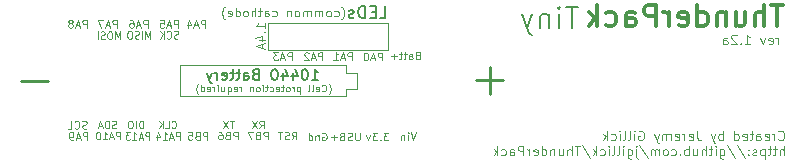
<source format=gbo>
G04 #@! TF.GenerationSoftware,KiCad,Pcbnew,(5.1.5-0-10_14)*
G04 #@! TF.CreationDate,2020-02-03T23:18:02-08:00*
G04 #@! TF.ProjectId,10440,31303434-302e-46b6-9963-61645f706362,rev?*
G04 #@! TF.SameCoordinates,Original*
G04 #@! TF.FileFunction,Legend,Bot*
G04 #@! TF.FilePolarity,Positive*
%FSLAX46Y46*%
G04 Gerber Fmt 4.6, Leading zero omitted, Abs format (unit mm)*
G04 Created by KiCad (PCBNEW (5.1.5-0-10_14)) date 2020-02-03 23:18:02*
%MOMM*%
%LPD*%
G04 APERTURE LIST*
%ADD10C,0.100000*%
%ADD11C,0.150000*%
%ADD12C,0.250000*%
%ADD13C,0.200000*%
%ADD14C,0.300000*%
%ADD15C,0.010000*%
%ADD16C,2.901600*%
%ADD17O,1.801600X1.801600*%
%ADD18R,1.801600X1.801600*%
%ADD19C,2.501600*%
%ADD20O,1.601600X1.201600*%
%ADD21O,1.801600X1.451600*%
G04 APERTURE END LIST*
D10*
X99775000Y-95040000D02*
X89555000Y-95040000D01*
X94188333Y-98209047D02*
X94188333Y-97559047D01*
X93940714Y-97559047D01*
X93878809Y-97590000D01*
X93847857Y-97620952D01*
X93816904Y-97682857D01*
X93816904Y-97775714D01*
X93847857Y-97837619D01*
X93878809Y-97868571D01*
X93940714Y-97899523D01*
X94188333Y-97899523D01*
X93569285Y-98023333D02*
X93259761Y-98023333D01*
X93631190Y-98209047D02*
X93414523Y-97559047D01*
X93197857Y-98209047D01*
X93012142Y-97620952D02*
X92981190Y-97590000D01*
X92919285Y-97559047D01*
X92764523Y-97559047D01*
X92702619Y-97590000D01*
X92671666Y-97620952D01*
X92640714Y-97682857D01*
X92640714Y-97744761D01*
X92671666Y-97837619D01*
X93043095Y-98209047D01*
X92640714Y-98209047D01*
D11*
X115862857Y-93689285D02*
X114834285Y-93689285D01*
X115348571Y-95489285D02*
X115348571Y-93689285D01*
X114234285Y-95489285D02*
X114234285Y-94289285D01*
X114234285Y-93689285D02*
X114320000Y-93775000D01*
X114234285Y-93860714D01*
X114148571Y-93775000D01*
X114234285Y-93689285D01*
X114234285Y-93860714D01*
X113377142Y-94289285D02*
X113377142Y-95489285D01*
X113377142Y-94460714D02*
X113291428Y-94375000D01*
X113120000Y-94289285D01*
X112862857Y-94289285D01*
X112691428Y-94375000D01*
X112605714Y-94546428D01*
X112605714Y-95489285D01*
X111920000Y-94289285D02*
X111491428Y-95489285D01*
X111062857Y-94289285D02*
X111491428Y-95489285D01*
X111662857Y-95917857D01*
X111748571Y-96003571D01*
X111920000Y-96089285D01*
D10*
X89299285Y-95522142D02*
X89299285Y-95093571D01*
X89299285Y-95307857D02*
X88549285Y-95307857D01*
X88656428Y-95236428D01*
X88727857Y-95165000D01*
X88763571Y-95093571D01*
X89227857Y-95843571D02*
X89263571Y-95879285D01*
X89299285Y-95843571D01*
X89263571Y-95807857D01*
X89227857Y-95843571D01*
X89299285Y-95843571D01*
X88799285Y-96522142D02*
X89299285Y-96522142D01*
X88513571Y-96343571D02*
X89049285Y-96165000D01*
X89049285Y-96629285D01*
X89085000Y-96879285D02*
X89085000Y-97236428D01*
X89299285Y-96807857D02*
X88549285Y-97057857D01*
X89299285Y-97307857D01*
X81971428Y-96363095D02*
X81885714Y-96394047D01*
X81742857Y-96394047D01*
X81685714Y-96363095D01*
X81657142Y-96332142D01*
X81628571Y-96270238D01*
X81628571Y-96208333D01*
X81657142Y-96146428D01*
X81685714Y-96115476D01*
X81742857Y-96084523D01*
X81857142Y-96053571D01*
X81914285Y-96022619D01*
X81942857Y-95991666D01*
X81971428Y-95929761D01*
X81971428Y-95867857D01*
X81942857Y-95805952D01*
X81914285Y-95775000D01*
X81857142Y-95744047D01*
X81714285Y-95744047D01*
X81628571Y-95775000D01*
X81028571Y-96332142D02*
X81057142Y-96363095D01*
X81142857Y-96394047D01*
X81200000Y-96394047D01*
X81285714Y-96363095D01*
X81342857Y-96301190D01*
X81371428Y-96239285D01*
X81400000Y-96115476D01*
X81400000Y-96022619D01*
X81371428Y-95898809D01*
X81342857Y-95836904D01*
X81285714Y-95775000D01*
X81200000Y-95744047D01*
X81142857Y-95744047D01*
X81057142Y-95775000D01*
X81028571Y-95805952D01*
X80771428Y-96394047D02*
X80771428Y-95744047D01*
X80428571Y-96394047D02*
X80685714Y-96022619D01*
X80428571Y-95744047D02*
X80771428Y-96115476D01*
X79592857Y-96419047D02*
X79592857Y-95769047D01*
X79392857Y-96233333D01*
X79192857Y-95769047D01*
X79192857Y-96419047D01*
X78907142Y-96419047D02*
X78907142Y-95769047D01*
X78650000Y-96388095D02*
X78564285Y-96419047D01*
X78421428Y-96419047D01*
X78364285Y-96388095D01*
X78335714Y-96357142D01*
X78307142Y-96295238D01*
X78307142Y-96233333D01*
X78335714Y-96171428D01*
X78364285Y-96140476D01*
X78421428Y-96109523D01*
X78535714Y-96078571D01*
X78592857Y-96047619D01*
X78621428Y-96016666D01*
X78650000Y-95954761D01*
X78650000Y-95892857D01*
X78621428Y-95830952D01*
X78592857Y-95800000D01*
X78535714Y-95769047D01*
X78392857Y-95769047D01*
X78307142Y-95800000D01*
X77935714Y-95769047D02*
X77821428Y-95769047D01*
X77764285Y-95800000D01*
X77707142Y-95861904D01*
X77678571Y-95985714D01*
X77678571Y-96202380D01*
X77707142Y-96326190D01*
X77764285Y-96388095D01*
X77821428Y-96419047D01*
X77935714Y-96419047D01*
X77992857Y-96388095D01*
X78050000Y-96326190D01*
X78078571Y-96202380D01*
X78078571Y-95985714D01*
X78050000Y-95861904D01*
X77992857Y-95800000D01*
X77935714Y-95769047D01*
X77042857Y-96444047D02*
X77042857Y-95794047D01*
X76842857Y-96258333D01*
X76642857Y-95794047D01*
X76642857Y-96444047D01*
X76242857Y-95794047D02*
X76128571Y-95794047D01*
X76071428Y-95825000D01*
X76014285Y-95886904D01*
X75985714Y-96010714D01*
X75985714Y-96227380D01*
X76014285Y-96351190D01*
X76071428Y-96413095D01*
X76128571Y-96444047D01*
X76242857Y-96444047D01*
X76300000Y-96413095D01*
X76357142Y-96351190D01*
X76385714Y-96227380D01*
X76385714Y-96010714D01*
X76357142Y-95886904D01*
X76300000Y-95825000D01*
X76242857Y-95794047D01*
X75757142Y-96413095D02*
X75671428Y-96444047D01*
X75528571Y-96444047D01*
X75471428Y-96413095D01*
X75442857Y-96382142D01*
X75414285Y-96320238D01*
X75414285Y-96258333D01*
X75442857Y-96196428D01*
X75471428Y-96165476D01*
X75528571Y-96134523D01*
X75642857Y-96103571D01*
X75700000Y-96072619D01*
X75728571Y-96041666D01*
X75757142Y-95979761D01*
X75757142Y-95917857D01*
X75728571Y-95855952D01*
X75700000Y-95825000D01*
X75642857Y-95794047D01*
X75500000Y-95794047D01*
X75414285Y-95825000D01*
X75157142Y-96444047D02*
X75157142Y-95794047D01*
D12*
X109492857Y-99939285D02*
X107207142Y-99939285D01*
X108350000Y-101082142D02*
X108350000Y-98796428D01*
X70917857Y-99989285D02*
X68632142Y-99989285D01*
D10*
X81427142Y-103914285D02*
X81455714Y-103942857D01*
X81541428Y-103971428D01*
X81598571Y-103971428D01*
X81684285Y-103942857D01*
X81741428Y-103885714D01*
X81770000Y-103828571D01*
X81798571Y-103714285D01*
X81798571Y-103628571D01*
X81770000Y-103514285D01*
X81741428Y-103457142D01*
X81684285Y-103400000D01*
X81598571Y-103371428D01*
X81541428Y-103371428D01*
X81455714Y-103400000D01*
X81427142Y-103428571D01*
X80884285Y-103971428D02*
X81170000Y-103971428D01*
X81170000Y-103371428D01*
X80684285Y-103971428D02*
X80684285Y-103371428D01*
X80341428Y-103971428D02*
X80598571Y-103628571D01*
X80341428Y-103371428D02*
X80684285Y-103714285D01*
X78984285Y-103971428D02*
X78984285Y-103371428D01*
X78841428Y-103371428D01*
X78755714Y-103400000D01*
X78698571Y-103457142D01*
X78670000Y-103514285D01*
X78641428Y-103628571D01*
X78641428Y-103714285D01*
X78670000Y-103828571D01*
X78698571Y-103885714D01*
X78755714Y-103942857D01*
X78841428Y-103971428D01*
X78984285Y-103971428D01*
X78384285Y-103971428D02*
X78384285Y-103371428D01*
X77984285Y-103371428D02*
X77870000Y-103371428D01*
X77812857Y-103400000D01*
X77755714Y-103457142D01*
X77727142Y-103571428D01*
X77727142Y-103771428D01*
X77755714Y-103885714D01*
X77812857Y-103942857D01*
X77870000Y-103971428D01*
X77984285Y-103971428D01*
X78041428Y-103942857D01*
X78098571Y-103885714D01*
X78127142Y-103771428D01*
X78127142Y-103571428D01*
X78098571Y-103457142D01*
X78041428Y-103400000D01*
X77984285Y-103371428D01*
X74218809Y-103988095D02*
X74125952Y-104019047D01*
X73971190Y-104019047D01*
X73909285Y-103988095D01*
X73878333Y-103957142D01*
X73847380Y-103895238D01*
X73847380Y-103833333D01*
X73878333Y-103771428D01*
X73909285Y-103740476D01*
X73971190Y-103709523D01*
X74095000Y-103678571D01*
X74156904Y-103647619D01*
X74187857Y-103616666D01*
X74218809Y-103554761D01*
X74218809Y-103492857D01*
X74187857Y-103430952D01*
X74156904Y-103400000D01*
X74095000Y-103369047D01*
X73940238Y-103369047D01*
X73847380Y-103400000D01*
X73197380Y-103957142D02*
X73228333Y-103988095D01*
X73321190Y-104019047D01*
X73383095Y-104019047D01*
X73475952Y-103988095D01*
X73537857Y-103926190D01*
X73568809Y-103864285D01*
X73599761Y-103740476D01*
X73599761Y-103647619D01*
X73568809Y-103523809D01*
X73537857Y-103461904D01*
X73475952Y-103400000D01*
X73383095Y-103369047D01*
X73321190Y-103369047D01*
X73228333Y-103400000D01*
X73197380Y-103430952D01*
X72609285Y-104019047D02*
X72918809Y-104019047D01*
X72918809Y-103369047D01*
X76698571Y-103963095D02*
X76612857Y-103994047D01*
X76470000Y-103994047D01*
X76412857Y-103963095D01*
X76384285Y-103932142D01*
X76355714Y-103870238D01*
X76355714Y-103808333D01*
X76384285Y-103746428D01*
X76412857Y-103715476D01*
X76470000Y-103684523D01*
X76584285Y-103653571D01*
X76641428Y-103622619D01*
X76670000Y-103591666D01*
X76698571Y-103529761D01*
X76698571Y-103467857D01*
X76670000Y-103405952D01*
X76641428Y-103375000D01*
X76584285Y-103344047D01*
X76441428Y-103344047D01*
X76355714Y-103375000D01*
X76098571Y-103994047D02*
X76098571Y-103344047D01*
X75955714Y-103344047D01*
X75870000Y-103375000D01*
X75812857Y-103436904D01*
X75784285Y-103498809D01*
X75755714Y-103622619D01*
X75755714Y-103715476D01*
X75784285Y-103839285D01*
X75812857Y-103901190D01*
X75870000Y-103963095D01*
X75955714Y-103994047D01*
X76098571Y-103994047D01*
X75527142Y-103808333D02*
X75241428Y-103808333D01*
X75584285Y-103994047D02*
X75384285Y-103344047D01*
X75184285Y-103994047D01*
X86690238Y-103344047D02*
X86318809Y-103344047D01*
X86504523Y-103994047D02*
X86504523Y-103344047D01*
X86164047Y-103344047D02*
X85730714Y-103994047D01*
X85730714Y-103344047D02*
X86164047Y-103994047D01*
X88853333Y-103994047D02*
X89070000Y-103684523D01*
X89224761Y-103994047D02*
X89224761Y-103344047D01*
X88977142Y-103344047D01*
X88915238Y-103375000D01*
X88884285Y-103405952D01*
X88853333Y-103467857D01*
X88853333Y-103560714D01*
X88884285Y-103622619D01*
X88915238Y-103653571D01*
X88977142Y-103684523D01*
X89224761Y-103684523D01*
X88636666Y-103344047D02*
X88203333Y-103994047D01*
X88203333Y-103344047D02*
X88636666Y-103994047D01*
X89555000Y-97390000D02*
X89555000Y-95040000D01*
X99775000Y-97390000D02*
X89555000Y-97390000D01*
X99775000Y-95040000D02*
X99775000Y-97390000D01*
X91595952Y-104944047D02*
X91812619Y-104634523D01*
X91967380Y-104944047D02*
X91967380Y-104294047D01*
X91719761Y-104294047D01*
X91657857Y-104325000D01*
X91626904Y-104355952D01*
X91595952Y-104417857D01*
X91595952Y-104510714D01*
X91626904Y-104572619D01*
X91657857Y-104603571D01*
X91719761Y-104634523D01*
X91967380Y-104634523D01*
X91348333Y-104913095D02*
X91255476Y-104944047D01*
X91100714Y-104944047D01*
X91038809Y-104913095D01*
X91007857Y-104882142D01*
X90976904Y-104820238D01*
X90976904Y-104758333D01*
X91007857Y-104696428D01*
X91038809Y-104665476D01*
X91100714Y-104634523D01*
X91224523Y-104603571D01*
X91286428Y-104572619D01*
X91317380Y-104541666D01*
X91348333Y-104479761D01*
X91348333Y-104417857D01*
X91317380Y-104355952D01*
X91286428Y-104325000D01*
X91224523Y-104294047D01*
X91069761Y-104294047D01*
X90976904Y-104325000D01*
X90791190Y-104294047D02*
X90419761Y-104294047D01*
X90605476Y-104944047D02*
X90605476Y-104294047D01*
X89544761Y-104944047D02*
X89544761Y-104294047D01*
X89297142Y-104294047D01*
X89235238Y-104325000D01*
X89204285Y-104355952D01*
X89173333Y-104417857D01*
X89173333Y-104510714D01*
X89204285Y-104572619D01*
X89235238Y-104603571D01*
X89297142Y-104634523D01*
X89544761Y-104634523D01*
X88678095Y-104603571D02*
X88585238Y-104634523D01*
X88554285Y-104665476D01*
X88523333Y-104727380D01*
X88523333Y-104820238D01*
X88554285Y-104882142D01*
X88585238Y-104913095D01*
X88647142Y-104944047D01*
X88894761Y-104944047D01*
X88894761Y-104294047D01*
X88678095Y-104294047D01*
X88616190Y-104325000D01*
X88585238Y-104355952D01*
X88554285Y-104417857D01*
X88554285Y-104479761D01*
X88585238Y-104541666D01*
X88616190Y-104572619D01*
X88678095Y-104603571D01*
X88894761Y-104603571D01*
X88306666Y-104294047D02*
X87873333Y-104294047D01*
X88151904Y-104944047D01*
X86994761Y-104944047D02*
X86994761Y-104294047D01*
X86747142Y-104294047D01*
X86685238Y-104325000D01*
X86654285Y-104355952D01*
X86623333Y-104417857D01*
X86623333Y-104510714D01*
X86654285Y-104572619D01*
X86685238Y-104603571D01*
X86747142Y-104634523D01*
X86994761Y-104634523D01*
X86128095Y-104603571D02*
X86035238Y-104634523D01*
X86004285Y-104665476D01*
X85973333Y-104727380D01*
X85973333Y-104820238D01*
X86004285Y-104882142D01*
X86035238Y-104913095D01*
X86097142Y-104944047D01*
X86344761Y-104944047D01*
X86344761Y-104294047D01*
X86128095Y-104294047D01*
X86066190Y-104325000D01*
X86035238Y-104355952D01*
X86004285Y-104417857D01*
X86004285Y-104479761D01*
X86035238Y-104541666D01*
X86066190Y-104572619D01*
X86128095Y-104603571D01*
X86344761Y-104603571D01*
X85416190Y-104294047D02*
X85540000Y-104294047D01*
X85601904Y-104325000D01*
X85632857Y-104355952D01*
X85694761Y-104448809D01*
X85725714Y-104572619D01*
X85725714Y-104820238D01*
X85694761Y-104882142D01*
X85663809Y-104913095D01*
X85601904Y-104944047D01*
X85478095Y-104944047D01*
X85416190Y-104913095D01*
X85385238Y-104882142D01*
X85354285Y-104820238D01*
X85354285Y-104665476D01*
X85385238Y-104603571D01*
X85416190Y-104572619D01*
X85478095Y-104541666D01*
X85601904Y-104541666D01*
X85663809Y-104572619D01*
X85694761Y-104603571D01*
X85725714Y-104665476D01*
X132754523Y-96861904D02*
X132754523Y-96328571D01*
X132754523Y-96480952D02*
X132716428Y-96404761D01*
X132678333Y-96366666D01*
X132602142Y-96328571D01*
X132525952Y-96328571D01*
X131954523Y-96823809D02*
X132030714Y-96861904D01*
X132183095Y-96861904D01*
X132259285Y-96823809D01*
X132297380Y-96747619D01*
X132297380Y-96442857D01*
X132259285Y-96366666D01*
X132183095Y-96328571D01*
X132030714Y-96328571D01*
X131954523Y-96366666D01*
X131916428Y-96442857D01*
X131916428Y-96519047D01*
X132297380Y-96595238D01*
X131649761Y-96328571D02*
X131459285Y-96861904D01*
X131268809Y-96328571D01*
X129935476Y-96861904D02*
X130392619Y-96861904D01*
X130164047Y-96861904D02*
X130164047Y-96061904D01*
X130240238Y-96176190D01*
X130316428Y-96252380D01*
X130392619Y-96290476D01*
X129592619Y-96785714D02*
X129554523Y-96823809D01*
X129592619Y-96861904D01*
X129630714Y-96823809D01*
X129592619Y-96785714D01*
X129592619Y-96861904D01*
X129249761Y-96138095D02*
X129211666Y-96100000D01*
X129135476Y-96061904D01*
X128945000Y-96061904D01*
X128868809Y-96100000D01*
X128830714Y-96138095D01*
X128792619Y-96214285D01*
X128792619Y-96290476D01*
X128830714Y-96404761D01*
X129287857Y-96861904D01*
X128792619Y-96861904D01*
X128106904Y-96861904D02*
X128106904Y-96442857D01*
X128145000Y-96366666D01*
X128221190Y-96328571D01*
X128373571Y-96328571D01*
X128449761Y-96366666D01*
X128106904Y-96823809D02*
X128183095Y-96861904D01*
X128373571Y-96861904D01*
X128449761Y-96823809D01*
X128487857Y-96747619D01*
X128487857Y-96671428D01*
X128449761Y-96595238D01*
X128373571Y-96557142D01*
X128183095Y-96557142D01*
X128106904Y-96519047D01*
X132797380Y-104910714D02*
X132835476Y-104948809D01*
X132949761Y-104986904D01*
X133025952Y-104986904D01*
X133140238Y-104948809D01*
X133216428Y-104872619D01*
X133254523Y-104796428D01*
X133292619Y-104644047D01*
X133292619Y-104529761D01*
X133254523Y-104377380D01*
X133216428Y-104301190D01*
X133140238Y-104225000D01*
X133025952Y-104186904D01*
X132949761Y-104186904D01*
X132835476Y-104225000D01*
X132797380Y-104263095D01*
X132454523Y-104986904D02*
X132454523Y-104453571D01*
X132454523Y-104605952D02*
X132416428Y-104529761D01*
X132378333Y-104491666D01*
X132302142Y-104453571D01*
X132225952Y-104453571D01*
X131654523Y-104948809D02*
X131730714Y-104986904D01*
X131883095Y-104986904D01*
X131959285Y-104948809D01*
X131997380Y-104872619D01*
X131997380Y-104567857D01*
X131959285Y-104491666D01*
X131883095Y-104453571D01*
X131730714Y-104453571D01*
X131654523Y-104491666D01*
X131616428Y-104567857D01*
X131616428Y-104644047D01*
X131997380Y-104720238D01*
X130930714Y-104986904D02*
X130930714Y-104567857D01*
X130968809Y-104491666D01*
X131045000Y-104453571D01*
X131197380Y-104453571D01*
X131273571Y-104491666D01*
X130930714Y-104948809D02*
X131006904Y-104986904D01*
X131197380Y-104986904D01*
X131273571Y-104948809D01*
X131311666Y-104872619D01*
X131311666Y-104796428D01*
X131273571Y-104720238D01*
X131197380Y-104682142D01*
X131006904Y-104682142D01*
X130930714Y-104644047D01*
X130664047Y-104453571D02*
X130359285Y-104453571D01*
X130549761Y-104186904D02*
X130549761Y-104872619D01*
X130511666Y-104948809D01*
X130435476Y-104986904D01*
X130359285Y-104986904D01*
X129787857Y-104948809D02*
X129864047Y-104986904D01*
X130016428Y-104986904D01*
X130092619Y-104948809D01*
X130130714Y-104872619D01*
X130130714Y-104567857D01*
X130092619Y-104491666D01*
X130016428Y-104453571D01*
X129864047Y-104453571D01*
X129787857Y-104491666D01*
X129749761Y-104567857D01*
X129749761Y-104644047D01*
X130130714Y-104720238D01*
X129064047Y-104986904D02*
X129064047Y-104186904D01*
X129064047Y-104948809D02*
X129140238Y-104986904D01*
X129292619Y-104986904D01*
X129368809Y-104948809D01*
X129406904Y-104910714D01*
X129445000Y-104834523D01*
X129445000Y-104605952D01*
X129406904Y-104529761D01*
X129368809Y-104491666D01*
X129292619Y-104453571D01*
X129140238Y-104453571D01*
X129064047Y-104491666D01*
X128073571Y-104986904D02*
X128073571Y-104186904D01*
X128073571Y-104491666D02*
X127997380Y-104453571D01*
X127845000Y-104453571D01*
X127768809Y-104491666D01*
X127730714Y-104529761D01*
X127692619Y-104605952D01*
X127692619Y-104834523D01*
X127730714Y-104910714D01*
X127768809Y-104948809D01*
X127845000Y-104986904D01*
X127997380Y-104986904D01*
X128073571Y-104948809D01*
X127425952Y-104453571D02*
X127235476Y-104986904D01*
X127045000Y-104453571D02*
X127235476Y-104986904D01*
X127311666Y-105177380D01*
X127349761Y-105215476D01*
X127425952Y-105253571D01*
X125902142Y-104186904D02*
X125902142Y-104758333D01*
X125940238Y-104872619D01*
X126016428Y-104948809D01*
X126130714Y-104986904D01*
X126206904Y-104986904D01*
X125216428Y-104948809D02*
X125292619Y-104986904D01*
X125445000Y-104986904D01*
X125521190Y-104948809D01*
X125559285Y-104872619D01*
X125559285Y-104567857D01*
X125521190Y-104491666D01*
X125445000Y-104453571D01*
X125292619Y-104453571D01*
X125216428Y-104491666D01*
X125178333Y-104567857D01*
X125178333Y-104644047D01*
X125559285Y-104720238D01*
X124835476Y-104986904D02*
X124835476Y-104453571D01*
X124835476Y-104605952D02*
X124797380Y-104529761D01*
X124759285Y-104491666D01*
X124683095Y-104453571D01*
X124606904Y-104453571D01*
X124035476Y-104948809D02*
X124111666Y-104986904D01*
X124264047Y-104986904D01*
X124340238Y-104948809D01*
X124378333Y-104872619D01*
X124378333Y-104567857D01*
X124340238Y-104491666D01*
X124264047Y-104453571D01*
X124111666Y-104453571D01*
X124035476Y-104491666D01*
X123997380Y-104567857D01*
X123997380Y-104644047D01*
X124378333Y-104720238D01*
X123654523Y-104986904D02*
X123654523Y-104453571D01*
X123654523Y-104529761D02*
X123616428Y-104491666D01*
X123540238Y-104453571D01*
X123425952Y-104453571D01*
X123349761Y-104491666D01*
X123311666Y-104567857D01*
X123311666Y-104986904D01*
X123311666Y-104567857D02*
X123273571Y-104491666D01*
X123197380Y-104453571D01*
X123083095Y-104453571D01*
X123006904Y-104491666D01*
X122968809Y-104567857D01*
X122968809Y-104986904D01*
X122664047Y-104453571D02*
X122473571Y-104986904D01*
X122283095Y-104453571D02*
X122473571Y-104986904D01*
X122549761Y-105177380D01*
X122587857Y-105215476D01*
X122664047Y-105253571D01*
X120949761Y-104225000D02*
X121025952Y-104186904D01*
X121140238Y-104186904D01*
X121254523Y-104225000D01*
X121330714Y-104301190D01*
X121368809Y-104377380D01*
X121406904Y-104529761D01*
X121406904Y-104644047D01*
X121368809Y-104796428D01*
X121330714Y-104872619D01*
X121254523Y-104948809D01*
X121140238Y-104986904D01*
X121064047Y-104986904D01*
X120949761Y-104948809D01*
X120911666Y-104910714D01*
X120911666Y-104644047D01*
X121064047Y-104644047D01*
X120568809Y-104986904D02*
X120568809Y-104453571D01*
X120568809Y-104186904D02*
X120606904Y-104225000D01*
X120568809Y-104263095D01*
X120530714Y-104225000D01*
X120568809Y-104186904D01*
X120568809Y-104263095D01*
X120073571Y-104986904D02*
X120149761Y-104948809D01*
X120187857Y-104872619D01*
X120187857Y-104186904D01*
X119654523Y-104986904D02*
X119730714Y-104948809D01*
X119768809Y-104872619D01*
X119768809Y-104186904D01*
X119349761Y-104986904D02*
X119349761Y-104453571D01*
X119349761Y-104186904D02*
X119387857Y-104225000D01*
X119349761Y-104263095D01*
X119311666Y-104225000D01*
X119349761Y-104186904D01*
X119349761Y-104263095D01*
X118625952Y-104948809D02*
X118702142Y-104986904D01*
X118854523Y-104986904D01*
X118930714Y-104948809D01*
X118968809Y-104910714D01*
X119006904Y-104834523D01*
X119006904Y-104605952D01*
X118968809Y-104529761D01*
X118930714Y-104491666D01*
X118854523Y-104453571D01*
X118702142Y-104453571D01*
X118625952Y-104491666D01*
X118283095Y-104986904D02*
X118283095Y-104186904D01*
X118206904Y-104682142D02*
X117978333Y-104986904D01*
X117978333Y-104453571D02*
X118283095Y-104758333D01*
X133254523Y-106286904D02*
X133254523Y-105486904D01*
X132911666Y-106286904D02*
X132911666Y-105867857D01*
X132949761Y-105791666D01*
X133025952Y-105753571D01*
X133140238Y-105753571D01*
X133216428Y-105791666D01*
X133254523Y-105829761D01*
X132645000Y-105753571D02*
X132340238Y-105753571D01*
X132530714Y-105486904D02*
X132530714Y-106172619D01*
X132492619Y-106248809D01*
X132416428Y-106286904D01*
X132340238Y-106286904D01*
X132187857Y-105753571D02*
X131883095Y-105753571D01*
X132073571Y-105486904D02*
X132073571Y-106172619D01*
X132035476Y-106248809D01*
X131959285Y-106286904D01*
X131883095Y-106286904D01*
X131616428Y-105753571D02*
X131616428Y-106553571D01*
X131616428Y-105791666D02*
X131540238Y-105753571D01*
X131387857Y-105753571D01*
X131311666Y-105791666D01*
X131273571Y-105829761D01*
X131235476Y-105905952D01*
X131235476Y-106134523D01*
X131273571Y-106210714D01*
X131311666Y-106248809D01*
X131387857Y-106286904D01*
X131540238Y-106286904D01*
X131616428Y-106248809D01*
X130930714Y-106248809D02*
X130854523Y-106286904D01*
X130702142Y-106286904D01*
X130625952Y-106248809D01*
X130587857Y-106172619D01*
X130587857Y-106134523D01*
X130625952Y-106058333D01*
X130702142Y-106020238D01*
X130816428Y-106020238D01*
X130892619Y-105982142D01*
X130930714Y-105905952D01*
X130930714Y-105867857D01*
X130892619Y-105791666D01*
X130816428Y-105753571D01*
X130702142Y-105753571D01*
X130625952Y-105791666D01*
X130245000Y-106210714D02*
X130206904Y-106248809D01*
X130245000Y-106286904D01*
X130283095Y-106248809D01*
X130245000Y-106210714D01*
X130245000Y-106286904D01*
X130245000Y-105791666D02*
X130206904Y-105829761D01*
X130245000Y-105867857D01*
X130283095Y-105829761D01*
X130245000Y-105791666D01*
X130245000Y-105867857D01*
X129292619Y-105448809D02*
X129978333Y-106477380D01*
X128454523Y-105448809D02*
X129140238Y-106477380D01*
X127845000Y-105753571D02*
X127845000Y-106401190D01*
X127883095Y-106477380D01*
X127921190Y-106515476D01*
X127997380Y-106553571D01*
X128111666Y-106553571D01*
X128187857Y-106515476D01*
X127845000Y-106248809D02*
X127921190Y-106286904D01*
X128073571Y-106286904D01*
X128149761Y-106248809D01*
X128187857Y-106210714D01*
X128225952Y-106134523D01*
X128225952Y-105905952D01*
X128187857Y-105829761D01*
X128149761Y-105791666D01*
X128073571Y-105753571D01*
X127921190Y-105753571D01*
X127845000Y-105791666D01*
X127464047Y-106286904D02*
X127464047Y-105753571D01*
X127464047Y-105486904D02*
X127502142Y-105525000D01*
X127464047Y-105563095D01*
X127425952Y-105525000D01*
X127464047Y-105486904D01*
X127464047Y-105563095D01*
X127197380Y-105753571D02*
X126892619Y-105753571D01*
X127083095Y-105486904D02*
X127083095Y-106172619D01*
X127045000Y-106248809D01*
X126968809Y-106286904D01*
X126892619Y-106286904D01*
X126625952Y-106286904D02*
X126625952Y-105486904D01*
X126283095Y-106286904D02*
X126283095Y-105867857D01*
X126321190Y-105791666D01*
X126397380Y-105753571D01*
X126511666Y-105753571D01*
X126587857Y-105791666D01*
X126625952Y-105829761D01*
X125559285Y-105753571D02*
X125559285Y-106286904D01*
X125902142Y-105753571D02*
X125902142Y-106172619D01*
X125864047Y-106248809D01*
X125787857Y-106286904D01*
X125673571Y-106286904D01*
X125597380Y-106248809D01*
X125559285Y-106210714D01*
X125178333Y-106286904D02*
X125178333Y-105486904D01*
X125178333Y-105791666D02*
X125102142Y-105753571D01*
X124949761Y-105753571D01*
X124873571Y-105791666D01*
X124835476Y-105829761D01*
X124797380Y-105905952D01*
X124797380Y-106134523D01*
X124835476Y-106210714D01*
X124873571Y-106248809D01*
X124949761Y-106286904D01*
X125102142Y-106286904D01*
X125178333Y-106248809D01*
X124454523Y-106210714D02*
X124416428Y-106248809D01*
X124454523Y-106286904D01*
X124492619Y-106248809D01*
X124454523Y-106210714D01*
X124454523Y-106286904D01*
X123730714Y-106248809D02*
X123806904Y-106286904D01*
X123959285Y-106286904D01*
X124035476Y-106248809D01*
X124073571Y-106210714D01*
X124111666Y-106134523D01*
X124111666Y-105905952D01*
X124073571Y-105829761D01*
X124035476Y-105791666D01*
X123959285Y-105753571D01*
X123806904Y-105753571D01*
X123730714Y-105791666D01*
X123273571Y-106286904D02*
X123349761Y-106248809D01*
X123387857Y-106210714D01*
X123425952Y-106134523D01*
X123425952Y-105905952D01*
X123387857Y-105829761D01*
X123349761Y-105791666D01*
X123273571Y-105753571D01*
X123159285Y-105753571D01*
X123083095Y-105791666D01*
X123045000Y-105829761D01*
X123006904Y-105905952D01*
X123006904Y-106134523D01*
X123045000Y-106210714D01*
X123083095Y-106248809D01*
X123159285Y-106286904D01*
X123273571Y-106286904D01*
X122664047Y-106286904D02*
X122664047Y-105753571D01*
X122664047Y-105829761D02*
X122625952Y-105791666D01*
X122549761Y-105753571D01*
X122435476Y-105753571D01*
X122359285Y-105791666D01*
X122321190Y-105867857D01*
X122321190Y-106286904D01*
X122321190Y-105867857D02*
X122283095Y-105791666D01*
X122206904Y-105753571D01*
X122092619Y-105753571D01*
X122016428Y-105791666D01*
X121978333Y-105867857D01*
X121978333Y-106286904D01*
X121025952Y-105448809D02*
X121711666Y-106477380D01*
X120759285Y-105753571D02*
X120759285Y-106439285D01*
X120797380Y-106515476D01*
X120873571Y-106553571D01*
X120911666Y-106553571D01*
X120759285Y-105486904D02*
X120797380Y-105525000D01*
X120759285Y-105563095D01*
X120721190Y-105525000D01*
X120759285Y-105486904D01*
X120759285Y-105563095D01*
X120035476Y-105753571D02*
X120035476Y-106401190D01*
X120073571Y-106477380D01*
X120111666Y-106515476D01*
X120187857Y-106553571D01*
X120302142Y-106553571D01*
X120378333Y-106515476D01*
X120035476Y-106248809D02*
X120111666Y-106286904D01*
X120264047Y-106286904D01*
X120340238Y-106248809D01*
X120378333Y-106210714D01*
X120416428Y-106134523D01*
X120416428Y-105905952D01*
X120378333Y-105829761D01*
X120340238Y-105791666D01*
X120264047Y-105753571D01*
X120111666Y-105753571D01*
X120035476Y-105791666D01*
X119654523Y-106286904D02*
X119654523Y-105753571D01*
X119654523Y-105486904D02*
X119692619Y-105525000D01*
X119654523Y-105563095D01*
X119616428Y-105525000D01*
X119654523Y-105486904D01*
X119654523Y-105563095D01*
X119159285Y-106286904D02*
X119235476Y-106248809D01*
X119273571Y-106172619D01*
X119273571Y-105486904D01*
X118740238Y-106286904D02*
X118816428Y-106248809D01*
X118854523Y-106172619D01*
X118854523Y-105486904D01*
X118435476Y-106286904D02*
X118435476Y-105753571D01*
X118435476Y-105486904D02*
X118473571Y-105525000D01*
X118435476Y-105563095D01*
X118397380Y-105525000D01*
X118435476Y-105486904D01*
X118435476Y-105563095D01*
X117711666Y-106248809D02*
X117787857Y-106286904D01*
X117940238Y-106286904D01*
X118016428Y-106248809D01*
X118054523Y-106210714D01*
X118092619Y-106134523D01*
X118092619Y-105905952D01*
X118054523Y-105829761D01*
X118016428Y-105791666D01*
X117940238Y-105753571D01*
X117787857Y-105753571D01*
X117711666Y-105791666D01*
X117368809Y-106286904D02*
X117368809Y-105486904D01*
X117292619Y-105982142D02*
X117064047Y-106286904D01*
X117064047Y-105753571D02*
X117368809Y-106058333D01*
X116149761Y-105448809D02*
X116835476Y-106477380D01*
X115997380Y-105486904D02*
X115540238Y-105486904D01*
X115768809Y-106286904D02*
X115768809Y-105486904D01*
X115273571Y-106286904D02*
X115273571Y-105486904D01*
X114930714Y-106286904D02*
X114930714Y-105867857D01*
X114968809Y-105791666D01*
X115045000Y-105753571D01*
X115159285Y-105753571D01*
X115235476Y-105791666D01*
X115273571Y-105829761D01*
X114206904Y-105753571D02*
X114206904Y-106286904D01*
X114549761Y-105753571D02*
X114549761Y-106172619D01*
X114511666Y-106248809D01*
X114435476Y-106286904D01*
X114321190Y-106286904D01*
X114245000Y-106248809D01*
X114206904Y-106210714D01*
X113825952Y-105753571D02*
X113825952Y-106286904D01*
X113825952Y-105829761D02*
X113787857Y-105791666D01*
X113711666Y-105753571D01*
X113597380Y-105753571D01*
X113521190Y-105791666D01*
X113483095Y-105867857D01*
X113483095Y-106286904D01*
X112759285Y-106286904D02*
X112759285Y-105486904D01*
X112759285Y-106248809D02*
X112835476Y-106286904D01*
X112987857Y-106286904D01*
X113064047Y-106248809D01*
X113102142Y-106210714D01*
X113140238Y-106134523D01*
X113140238Y-105905952D01*
X113102142Y-105829761D01*
X113064047Y-105791666D01*
X112987857Y-105753571D01*
X112835476Y-105753571D01*
X112759285Y-105791666D01*
X112073571Y-106248809D02*
X112149761Y-106286904D01*
X112302142Y-106286904D01*
X112378333Y-106248809D01*
X112416428Y-106172619D01*
X112416428Y-105867857D01*
X112378333Y-105791666D01*
X112302142Y-105753571D01*
X112149761Y-105753571D01*
X112073571Y-105791666D01*
X112035476Y-105867857D01*
X112035476Y-105944047D01*
X112416428Y-106020238D01*
X111692619Y-106286904D02*
X111692619Y-105753571D01*
X111692619Y-105905952D02*
X111654523Y-105829761D01*
X111616428Y-105791666D01*
X111540238Y-105753571D01*
X111464047Y-105753571D01*
X111197380Y-106286904D02*
X111197380Y-105486904D01*
X110892619Y-105486904D01*
X110816428Y-105525000D01*
X110778333Y-105563095D01*
X110740238Y-105639285D01*
X110740238Y-105753571D01*
X110778333Y-105829761D01*
X110816428Y-105867857D01*
X110892619Y-105905952D01*
X111197380Y-105905952D01*
X110054523Y-106286904D02*
X110054523Y-105867857D01*
X110092619Y-105791666D01*
X110168809Y-105753571D01*
X110321190Y-105753571D01*
X110397380Y-105791666D01*
X110054523Y-106248809D02*
X110130714Y-106286904D01*
X110321190Y-106286904D01*
X110397380Y-106248809D01*
X110435476Y-106172619D01*
X110435476Y-106096428D01*
X110397380Y-106020238D01*
X110321190Y-105982142D01*
X110130714Y-105982142D01*
X110054523Y-105944047D01*
X109330714Y-106248809D02*
X109406904Y-106286904D01*
X109559285Y-106286904D01*
X109635476Y-106248809D01*
X109673571Y-106210714D01*
X109711666Y-106134523D01*
X109711666Y-105905952D01*
X109673571Y-105829761D01*
X109635476Y-105791666D01*
X109559285Y-105753571D01*
X109406904Y-105753571D01*
X109330714Y-105791666D01*
X108987857Y-106286904D02*
X108987857Y-105486904D01*
X108911666Y-105982142D02*
X108683095Y-106286904D01*
X108683095Y-105753571D02*
X108987857Y-106058333D01*
X95796428Y-94783333D02*
X95832142Y-94750000D01*
X95903571Y-94650000D01*
X95939285Y-94583333D01*
X95975000Y-94483333D01*
X96010714Y-94316666D01*
X96010714Y-94183333D01*
X95975000Y-94016666D01*
X95939285Y-93916666D01*
X95903571Y-93850000D01*
X95832142Y-93750000D01*
X95796428Y-93716666D01*
X95189285Y-94483333D02*
X95260714Y-94516666D01*
X95403571Y-94516666D01*
X95475000Y-94483333D01*
X95510714Y-94450000D01*
X95546428Y-94383333D01*
X95546428Y-94183333D01*
X95510714Y-94116666D01*
X95475000Y-94083333D01*
X95403571Y-94050000D01*
X95260714Y-94050000D01*
X95189285Y-94083333D01*
X94760714Y-94516666D02*
X94832142Y-94483333D01*
X94867857Y-94450000D01*
X94903571Y-94383333D01*
X94903571Y-94183333D01*
X94867857Y-94116666D01*
X94832142Y-94083333D01*
X94760714Y-94050000D01*
X94653571Y-94050000D01*
X94582142Y-94083333D01*
X94546428Y-94116666D01*
X94510714Y-94183333D01*
X94510714Y-94383333D01*
X94546428Y-94450000D01*
X94582142Y-94483333D01*
X94653571Y-94516666D01*
X94760714Y-94516666D01*
X94189285Y-94516666D02*
X94189285Y-94050000D01*
X94189285Y-94116666D02*
X94153571Y-94083333D01*
X94082142Y-94050000D01*
X93975000Y-94050000D01*
X93903571Y-94083333D01*
X93867857Y-94150000D01*
X93867857Y-94516666D01*
X93867857Y-94150000D02*
X93832142Y-94083333D01*
X93760714Y-94050000D01*
X93653571Y-94050000D01*
X93582142Y-94083333D01*
X93546428Y-94150000D01*
X93546428Y-94516666D01*
X93189285Y-94516666D02*
X93189285Y-94050000D01*
X93189285Y-94116666D02*
X93153571Y-94083333D01*
X93082142Y-94050000D01*
X92975000Y-94050000D01*
X92903571Y-94083333D01*
X92867857Y-94150000D01*
X92867857Y-94516666D01*
X92867857Y-94150000D02*
X92832142Y-94083333D01*
X92760714Y-94050000D01*
X92653571Y-94050000D01*
X92582142Y-94083333D01*
X92546428Y-94150000D01*
X92546428Y-94516666D01*
X92082142Y-94516666D02*
X92153571Y-94483333D01*
X92189285Y-94450000D01*
X92225000Y-94383333D01*
X92225000Y-94183333D01*
X92189285Y-94116666D01*
X92153571Y-94083333D01*
X92082142Y-94050000D01*
X91975000Y-94050000D01*
X91903571Y-94083333D01*
X91867857Y-94116666D01*
X91832142Y-94183333D01*
X91832142Y-94383333D01*
X91867857Y-94450000D01*
X91903571Y-94483333D01*
X91975000Y-94516666D01*
X92082142Y-94516666D01*
X91510714Y-94050000D02*
X91510714Y-94516666D01*
X91510714Y-94116666D02*
X91475000Y-94083333D01*
X91403571Y-94050000D01*
X91296428Y-94050000D01*
X91225000Y-94083333D01*
X91189285Y-94150000D01*
X91189285Y-94516666D01*
X89939285Y-94483333D02*
X90010714Y-94516666D01*
X90153571Y-94516666D01*
X90225000Y-94483333D01*
X90260714Y-94450000D01*
X90296428Y-94383333D01*
X90296428Y-94183333D01*
X90260714Y-94116666D01*
X90225000Y-94083333D01*
X90153571Y-94050000D01*
X90010714Y-94050000D01*
X89939285Y-94083333D01*
X89296428Y-94516666D02*
X89296428Y-94150000D01*
X89332142Y-94083333D01*
X89403571Y-94050000D01*
X89546428Y-94050000D01*
X89617857Y-94083333D01*
X89296428Y-94483333D02*
X89367857Y-94516666D01*
X89546428Y-94516666D01*
X89617857Y-94483333D01*
X89653571Y-94416666D01*
X89653571Y-94350000D01*
X89617857Y-94283333D01*
X89546428Y-94250000D01*
X89367857Y-94250000D01*
X89296428Y-94216666D01*
X89046428Y-94050000D02*
X88760714Y-94050000D01*
X88939285Y-93816666D02*
X88939285Y-94416666D01*
X88903571Y-94483333D01*
X88832142Y-94516666D01*
X88760714Y-94516666D01*
X88510714Y-94516666D02*
X88510714Y-93816666D01*
X88189285Y-94516666D02*
X88189285Y-94150000D01*
X88225000Y-94083333D01*
X88296428Y-94050000D01*
X88403571Y-94050000D01*
X88475000Y-94083333D01*
X88510714Y-94116666D01*
X87725000Y-94516666D02*
X87796428Y-94483333D01*
X87832142Y-94450000D01*
X87867857Y-94383333D01*
X87867857Y-94183333D01*
X87832142Y-94116666D01*
X87796428Y-94083333D01*
X87725000Y-94050000D01*
X87617857Y-94050000D01*
X87546428Y-94083333D01*
X87510714Y-94116666D01*
X87475000Y-94183333D01*
X87475000Y-94383333D01*
X87510714Y-94450000D01*
X87546428Y-94483333D01*
X87617857Y-94516666D01*
X87725000Y-94516666D01*
X86832142Y-94516666D02*
X86832142Y-93816666D01*
X86832142Y-94483333D02*
X86903571Y-94516666D01*
X87046428Y-94516666D01*
X87117857Y-94483333D01*
X87153571Y-94450000D01*
X87189285Y-94383333D01*
X87189285Y-94183333D01*
X87153571Y-94116666D01*
X87117857Y-94083333D01*
X87046428Y-94050000D01*
X86903571Y-94050000D01*
X86832142Y-94083333D01*
X86189285Y-94483333D02*
X86260714Y-94516666D01*
X86403571Y-94516666D01*
X86475000Y-94483333D01*
X86510714Y-94416666D01*
X86510714Y-94150000D01*
X86475000Y-94083333D01*
X86403571Y-94050000D01*
X86260714Y-94050000D01*
X86189285Y-94083333D01*
X86153571Y-94150000D01*
X86153571Y-94216666D01*
X86510714Y-94283333D01*
X85903571Y-94783333D02*
X85867857Y-94750000D01*
X85796428Y-94650000D01*
X85760714Y-94583333D01*
X85725000Y-94483333D01*
X85689285Y-94316666D01*
X85689285Y-94183333D01*
X85725000Y-94016666D01*
X85760714Y-93916666D01*
X85796428Y-93850000D01*
X85867857Y-93750000D01*
X85903571Y-93716666D01*
X84258333Y-95469047D02*
X84258333Y-94819047D01*
X84010714Y-94819047D01*
X83948809Y-94850000D01*
X83917857Y-94880952D01*
X83886904Y-94942857D01*
X83886904Y-95035714D01*
X83917857Y-95097619D01*
X83948809Y-95128571D01*
X84010714Y-95159523D01*
X84258333Y-95159523D01*
X83639285Y-95283333D02*
X83329761Y-95283333D01*
X83701190Y-95469047D02*
X83484523Y-94819047D01*
X83267857Y-95469047D01*
X82772619Y-95035714D02*
X82772619Y-95469047D01*
X82927380Y-94788095D02*
X83082142Y-95252380D01*
X82679761Y-95252380D01*
X81948333Y-95469047D02*
X81948333Y-94819047D01*
X81700714Y-94819047D01*
X81638809Y-94850000D01*
X81607857Y-94880952D01*
X81576904Y-94942857D01*
X81576904Y-95035714D01*
X81607857Y-95097619D01*
X81638809Y-95128571D01*
X81700714Y-95159523D01*
X81948333Y-95159523D01*
X81329285Y-95283333D02*
X81019761Y-95283333D01*
X81391190Y-95469047D02*
X81174523Y-94819047D01*
X80957857Y-95469047D01*
X80431666Y-94819047D02*
X80741190Y-94819047D01*
X80772142Y-95128571D01*
X80741190Y-95097619D01*
X80679285Y-95066666D01*
X80524523Y-95066666D01*
X80462619Y-95097619D01*
X80431666Y-95128571D01*
X80400714Y-95190476D01*
X80400714Y-95345238D01*
X80431666Y-95407142D01*
X80462619Y-95438095D01*
X80524523Y-95469047D01*
X80679285Y-95469047D01*
X80741190Y-95438095D01*
X80772142Y-95407142D01*
X79373333Y-95469047D02*
X79373333Y-94819047D01*
X79125714Y-94819047D01*
X79063809Y-94850000D01*
X79032857Y-94880952D01*
X79001904Y-94942857D01*
X79001904Y-95035714D01*
X79032857Y-95097619D01*
X79063809Y-95128571D01*
X79125714Y-95159523D01*
X79373333Y-95159523D01*
X78754285Y-95283333D02*
X78444761Y-95283333D01*
X78816190Y-95469047D02*
X78599523Y-94819047D01*
X78382857Y-95469047D01*
X77887619Y-94819047D02*
X78011428Y-94819047D01*
X78073333Y-94850000D01*
X78104285Y-94880952D01*
X78166190Y-94973809D01*
X78197142Y-95097619D01*
X78197142Y-95345238D01*
X78166190Y-95407142D01*
X78135238Y-95438095D01*
X78073333Y-95469047D01*
X77949523Y-95469047D01*
X77887619Y-95438095D01*
X77856666Y-95407142D01*
X77825714Y-95345238D01*
X77825714Y-95190476D01*
X77856666Y-95128571D01*
X77887619Y-95097619D01*
X77949523Y-95066666D01*
X78073333Y-95066666D01*
X78135238Y-95097619D01*
X78166190Y-95128571D01*
X78197142Y-95190476D01*
X76773333Y-95469047D02*
X76773333Y-94819047D01*
X76525714Y-94819047D01*
X76463809Y-94850000D01*
X76432857Y-94880952D01*
X76401904Y-94942857D01*
X76401904Y-95035714D01*
X76432857Y-95097619D01*
X76463809Y-95128571D01*
X76525714Y-95159523D01*
X76773333Y-95159523D01*
X76154285Y-95283333D02*
X75844761Y-95283333D01*
X76216190Y-95469047D02*
X75999523Y-94819047D01*
X75782857Y-95469047D01*
X75628095Y-94819047D02*
X75194761Y-94819047D01*
X75473333Y-95469047D01*
X74223333Y-95469047D02*
X74223333Y-94819047D01*
X73975714Y-94819047D01*
X73913809Y-94850000D01*
X73882857Y-94880952D01*
X73851904Y-94942857D01*
X73851904Y-95035714D01*
X73882857Y-95097619D01*
X73913809Y-95128571D01*
X73975714Y-95159523D01*
X74223333Y-95159523D01*
X73604285Y-95283333D02*
X73294761Y-95283333D01*
X73666190Y-95469047D02*
X73449523Y-94819047D01*
X73232857Y-95469047D01*
X72923333Y-95097619D02*
X72985238Y-95066666D01*
X73016190Y-95035714D01*
X73047142Y-94973809D01*
X73047142Y-94942857D01*
X73016190Y-94880952D01*
X72985238Y-94850000D01*
X72923333Y-94819047D01*
X72799523Y-94819047D01*
X72737619Y-94850000D01*
X72706666Y-94880952D01*
X72675714Y-94942857D01*
X72675714Y-94973809D01*
X72706666Y-95035714D01*
X72737619Y-95066666D01*
X72799523Y-95097619D01*
X72923333Y-95097619D01*
X72985238Y-95128571D01*
X73016190Y-95159523D01*
X73047142Y-95221428D01*
X73047142Y-95345238D01*
X73016190Y-95407142D01*
X72985238Y-95438095D01*
X72923333Y-95469047D01*
X72799523Y-95469047D01*
X72737619Y-95438095D01*
X72706666Y-95407142D01*
X72675714Y-95345238D01*
X72675714Y-95221428D01*
X72706666Y-95159523D01*
X72737619Y-95128571D01*
X72799523Y-95097619D01*
X84444761Y-104969047D02*
X84444761Y-104319047D01*
X84197142Y-104319047D01*
X84135238Y-104350000D01*
X84104285Y-104380952D01*
X84073333Y-104442857D01*
X84073333Y-104535714D01*
X84104285Y-104597619D01*
X84135238Y-104628571D01*
X84197142Y-104659523D01*
X84444761Y-104659523D01*
X83578095Y-104628571D02*
X83485238Y-104659523D01*
X83454285Y-104690476D01*
X83423333Y-104752380D01*
X83423333Y-104845238D01*
X83454285Y-104907142D01*
X83485238Y-104938095D01*
X83547142Y-104969047D01*
X83794761Y-104969047D01*
X83794761Y-104319047D01*
X83578095Y-104319047D01*
X83516190Y-104350000D01*
X83485238Y-104380952D01*
X83454285Y-104442857D01*
X83454285Y-104504761D01*
X83485238Y-104566666D01*
X83516190Y-104597619D01*
X83578095Y-104628571D01*
X83794761Y-104628571D01*
X82835238Y-104319047D02*
X83144761Y-104319047D01*
X83175714Y-104628571D01*
X83144761Y-104597619D01*
X83082857Y-104566666D01*
X82928095Y-104566666D01*
X82866190Y-104597619D01*
X82835238Y-104628571D01*
X82804285Y-104690476D01*
X82804285Y-104845238D01*
X82835238Y-104907142D01*
X82866190Y-104938095D01*
X82928095Y-104969047D01*
X83082857Y-104969047D01*
X83144761Y-104938095D01*
X83175714Y-104907142D01*
X82100714Y-104969047D02*
X82100714Y-104319047D01*
X81872142Y-104319047D01*
X81815000Y-104350000D01*
X81786428Y-104380952D01*
X81757857Y-104442857D01*
X81757857Y-104535714D01*
X81786428Y-104597619D01*
X81815000Y-104628571D01*
X81872142Y-104659523D01*
X82100714Y-104659523D01*
X81529285Y-104783333D02*
X81243571Y-104783333D01*
X81586428Y-104969047D02*
X81386428Y-104319047D01*
X81186428Y-104969047D01*
X80672142Y-104969047D02*
X81015000Y-104969047D01*
X80843571Y-104969047D02*
X80843571Y-104319047D01*
X80900714Y-104411904D01*
X80957857Y-104473809D01*
X81015000Y-104504761D01*
X80157857Y-104535714D02*
X80157857Y-104969047D01*
X80300714Y-104288095D02*
X80443571Y-104752380D01*
X80072142Y-104752380D01*
X79525714Y-104969047D02*
X79525714Y-104319047D01*
X79297142Y-104319047D01*
X79240000Y-104350000D01*
X79211428Y-104380952D01*
X79182857Y-104442857D01*
X79182857Y-104535714D01*
X79211428Y-104597619D01*
X79240000Y-104628571D01*
X79297142Y-104659523D01*
X79525714Y-104659523D01*
X78954285Y-104783333D02*
X78668571Y-104783333D01*
X79011428Y-104969047D02*
X78811428Y-104319047D01*
X78611428Y-104969047D01*
X78097142Y-104969047D02*
X78440000Y-104969047D01*
X78268571Y-104969047D02*
X78268571Y-104319047D01*
X78325714Y-104411904D01*
X78382857Y-104473809D01*
X78440000Y-104504761D01*
X77897142Y-104319047D02*
X77525714Y-104319047D01*
X77725714Y-104566666D01*
X77640000Y-104566666D01*
X77582857Y-104597619D01*
X77554285Y-104628571D01*
X77525714Y-104690476D01*
X77525714Y-104845238D01*
X77554285Y-104907142D01*
X77582857Y-104938095D01*
X77640000Y-104969047D01*
X77811428Y-104969047D01*
X77868571Y-104938095D01*
X77897142Y-104907142D01*
X77025714Y-104944047D02*
X77025714Y-104294047D01*
X76797142Y-104294047D01*
X76740000Y-104325000D01*
X76711428Y-104355952D01*
X76682857Y-104417857D01*
X76682857Y-104510714D01*
X76711428Y-104572619D01*
X76740000Y-104603571D01*
X76797142Y-104634523D01*
X77025714Y-104634523D01*
X76454285Y-104758333D02*
X76168571Y-104758333D01*
X76511428Y-104944047D02*
X76311428Y-104294047D01*
X76111428Y-104944047D01*
X75597142Y-104944047D02*
X75940000Y-104944047D01*
X75768571Y-104944047D02*
X75768571Y-104294047D01*
X75825714Y-104386904D01*
X75882857Y-104448809D01*
X75940000Y-104479761D01*
X75225714Y-104294047D02*
X75168571Y-104294047D01*
X75111428Y-104325000D01*
X75082857Y-104355952D01*
X75054285Y-104417857D01*
X75025714Y-104541666D01*
X75025714Y-104696428D01*
X75054285Y-104820238D01*
X75082857Y-104882142D01*
X75111428Y-104913095D01*
X75168571Y-104944047D01*
X75225714Y-104944047D01*
X75282857Y-104913095D01*
X75311428Y-104882142D01*
X75340000Y-104820238D01*
X75368571Y-104696428D01*
X75368571Y-104541666D01*
X75340000Y-104417857D01*
X75311428Y-104355952D01*
X75282857Y-104325000D01*
X75225714Y-104294047D01*
X74273333Y-104969047D02*
X74273333Y-104319047D01*
X74025714Y-104319047D01*
X73963809Y-104350000D01*
X73932857Y-104380952D01*
X73901904Y-104442857D01*
X73901904Y-104535714D01*
X73932857Y-104597619D01*
X73963809Y-104628571D01*
X74025714Y-104659523D01*
X74273333Y-104659523D01*
X73654285Y-104783333D02*
X73344761Y-104783333D01*
X73716190Y-104969047D02*
X73499523Y-104319047D01*
X73282857Y-104969047D01*
X73035238Y-104969047D02*
X72911428Y-104969047D01*
X72849523Y-104938095D01*
X72818571Y-104907142D01*
X72756666Y-104814285D01*
X72725714Y-104690476D01*
X72725714Y-104442857D01*
X72756666Y-104380952D01*
X72787619Y-104350000D01*
X72849523Y-104319047D01*
X72973333Y-104319047D01*
X73035238Y-104350000D01*
X73066190Y-104380952D01*
X73097142Y-104442857D01*
X73097142Y-104597619D01*
X73066190Y-104659523D01*
X73035238Y-104690476D01*
X72973333Y-104721428D01*
X72849523Y-104721428D01*
X72787619Y-104690476D01*
X72756666Y-104659523D01*
X72725714Y-104597619D01*
X91568333Y-98209047D02*
X91568333Y-97559047D01*
X91320714Y-97559047D01*
X91258809Y-97590000D01*
X91227857Y-97620952D01*
X91196904Y-97682857D01*
X91196904Y-97775714D01*
X91227857Y-97837619D01*
X91258809Y-97868571D01*
X91320714Y-97899523D01*
X91568333Y-97899523D01*
X90949285Y-98023333D02*
X90639761Y-98023333D01*
X91011190Y-98209047D02*
X90794523Y-97559047D01*
X90577857Y-98209047D01*
X90423095Y-97559047D02*
X90020714Y-97559047D01*
X90237380Y-97806666D01*
X90144523Y-97806666D01*
X90082619Y-97837619D01*
X90051666Y-97868571D01*
X90020714Y-97930476D01*
X90020714Y-98085238D01*
X90051666Y-98147142D01*
X90082619Y-98178095D01*
X90144523Y-98209047D01*
X90330238Y-98209047D01*
X90392142Y-98178095D01*
X90423095Y-98147142D01*
X96668333Y-98209047D02*
X96668333Y-97559047D01*
X96420714Y-97559047D01*
X96358809Y-97590000D01*
X96327857Y-97620952D01*
X96296904Y-97682857D01*
X96296904Y-97775714D01*
X96327857Y-97837619D01*
X96358809Y-97868571D01*
X96420714Y-97899523D01*
X96668333Y-97899523D01*
X96049285Y-98023333D02*
X95739761Y-98023333D01*
X96111190Y-98209047D02*
X95894523Y-97559047D01*
X95677857Y-98209047D01*
X95120714Y-98209047D02*
X95492142Y-98209047D01*
X95306428Y-98209047D02*
X95306428Y-97559047D01*
X95368333Y-97651904D01*
X95430238Y-97713809D01*
X95492142Y-97744761D01*
X99218333Y-98234047D02*
X99218333Y-97584047D01*
X98970714Y-97584047D01*
X98908809Y-97615000D01*
X98877857Y-97645952D01*
X98846904Y-97707857D01*
X98846904Y-97800714D01*
X98877857Y-97862619D01*
X98908809Y-97893571D01*
X98970714Y-97924523D01*
X99218333Y-97924523D01*
X98599285Y-98048333D02*
X98289761Y-98048333D01*
X98661190Y-98234047D02*
X98444523Y-97584047D01*
X98227857Y-98234047D01*
X97887380Y-97584047D02*
X97825476Y-97584047D01*
X97763571Y-97615000D01*
X97732619Y-97645952D01*
X97701666Y-97707857D01*
X97670714Y-97831666D01*
X97670714Y-97986428D01*
X97701666Y-98110238D01*
X97732619Y-98172142D01*
X97763571Y-98203095D01*
X97825476Y-98234047D01*
X97887380Y-98234047D01*
X97949285Y-98203095D01*
X97980238Y-98172142D01*
X98011190Y-98110238D01*
X98042142Y-97986428D01*
X98042142Y-97831666D01*
X98011190Y-97707857D01*
X97980238Y-97645952D01*
X97949285Y-97615000D01*
X97887380Y-97584047D01*
X102231428Y-97818571D02*
X102138571Y-97849523D01*
X102107619Y-97880476D01*
X102076666Y-97942380D01*
X102076666Y-98035238D01*
X102107619Y-98097142D01*
X102138571Y-98128095D01*
X102200476Y-98159047D01*
X102448095Y-98159047D01*
X102448095Y-97509047D01*
X102231428Y-97509047D01*
X102169523Y-97540000D01*
X102138571Y-97570952D01*
X102107619Y-97632857D01*
X102107619Y-97694761D01*
X102138571Y-97756666D01*
X102169523Y-97787619D01*
X102231428Y-97818571D01*
X102448095Y-97818571D01*
X101519523Y-98159047D02*
X101519523Y-97818571D01*
X101550476Y-97756666D01*
X101612380Y-97725714D01*
X101736190Y-97725714D01*
X101798095Y-97756666D01*
X101519523Y-98128095D02*
X101581428Y-98159047D01*
X101736190Y-98159047D01*
X101798095Y-98128095D01*
X101829047Y-98066190D01*
X101829047Y-98004285D01*
X101798095Y-97942380D01*
X101736190Y-97911428D01*
X101581428Y-97911428D01*
X101519523Y-97880476D01*
X101302857Y-97725714D02*
X101055238Y-97725714D01*
X101210000Y-97509047D02*
X101210000Y-98066190D01*
X101179047Y-98128095D01*
X101117142Y-98159047D01*
X101055238Y-98159047D01*
X100931428Y-97725714D02*
X100683809Y-97725714D01*
X100838571Y-97509047D02*
X100838571Y-98066190D01*
X100807619Y-98128095D01*
X100745714Y-98159047D01*
X100683809Y-98159047D01*
X100467142Y-97911428D02*
X99971904Y-97911428D01*
X100219523Y-98159047D02*
X100219523Y-97663809D01*
D13*
X99022619Y-94652380D02*
X99498809Y-94652380D01*
X99498809Y-93652380D01*
X98689285Y-94128571D02*
X98355952Y-94128571D01*
X98213095Y-94652380D02*
X98689285Y-94652380D01*
X98689285Y-93652380D01*
X98213095Y-93652380D01*
X97784523Y-94652380D02*
X97784523Y-93652380D01*
X97546428Y-93652380D01*
X97403571Y-93700000D01*
X97308333Y-93795238D01*
X97260714Y-93890476D01*
X97213095Y-94080952D01*
X97213095Y-94223809D01*
X97260714Y-94414285D01*
X97308333Y-94509523D01*
X97403571Y-94604761D01*
X97546428Y-94652380D01*
X97784523Y-94652380D01*
X96832142Y-94604761D02*
X96736904Y-94652380D01*
X96546428Y-94652380D01*
X96451190Y-94604761D01*
X96403571Y-94509523D01*
X96403571Y-94461904D01*
X96451190Y-94366666D01*
X96546428Y-94319047D01*
X96689285Y-94319047D01*
X96784523Y-94271428D01*
X96832142Y-94176190D01*
X96832142Y-94128571D01*
X96784523Y-94033333D01*
X96689285Y-93985714D01*
X96546428Y-93985714D01*
X96451190Y-94033333D01*
D10*
X102090476Y-104344047D02*
X101873809Y-104994047D01*
X101657142Y-104344047D01*
X101440476Y-104994047D02*
X101440476Y-104560714D01*
X101440476Y-104344047D02*
X101471428Y-104375000D01*
X101440476Y-104405952D01*
X101409523Y-104375000D01*
X101440476Y-104344047D01*
X101440476Y-104405952D01*
X101130952Y-104560714D02*
X101130952Y-104994047D01*
X101130952Y-104622619D02*
X101100000Y-104591666D01*
X101038095Y-104560714D01*
X100945238Y-104560714D01*
X100883333Y-104591666D01*
X100852380Y-104653571D01*
X100852380Y-104994047D01*
X99768571Y-104369047D02*
X99366190Y-104369047D01*
X99582857Y-104616666D01*
X99490000Y-104616666D01*
X99428095Y-104647619D01*
X99397142Y-104678571D01*
X99366190Y-104740476D01*
X99366190Y-104895238D01*
X99397142Y-104957142D01*
X99428095Y-104988095D01*
X99490000Y-105019047D01*
X99675714Y-105019047D01*
X99737619Y-104988095D01*
X99768571Y-104957142D01*
X99087619Y-104957142D02*
X99056666Y-104988095D01*
X99087619Y-105019047D01*
X99118571Y-104988095D01*
X99087619Y-104957142D01*
X99087619Y-105019047D01*
X98840000Y-104369047D02*
X98437619Y-104369047D01*
X98654285Y-104616666D01*
X98561428Y-104616666D01*
X98499523Y-104647619D01*
X98468571Y-104678571D01*
X98437619Y-104740476D01*
X98437619Y-104895238D01*
X98468571Y-104957142D01*
X98499523Y-104988095D01*
X98561428Y-105019047D01*
X98747142Y-105019047D01*
X98809047Y-104988095D01*
X98840000Y-104957142D01*
X98220952Y-104585714D02*
X98066190Y-105019047D01*
X97911428Y-104585714D01*
X97337619Y-104369047D02*
X97337619Y-104895238D01*
X97306666Y-104957142D01*
X97275714Y-104988095D01*
X97213809Y-105019047D01*
X97090000Y-105019047D01*
X97028095Y-104988095D01*
X96997142Y-104957142D01*
X96966190Y-104895238D01*
X96966190Y-104369047D01*
X96687619Y-104988095D02*
X96594761Y-105019047D01*
X96440000Y-105019047D01*
X96378095Y-104988095D01*
X96347142Y-104957142D01*
X96316190Y-104895238D01*
X96316190Y-104833333D01*
X96347142Y-104771428D01*
X96378095Y-104740476D01*
X96440000Y-104709523D01*
X96563809Y-104678571D01*
X96625714Y-104647619D01*
X96656666Y-104616666D01*
X96687619Y-104554761D01*
X96687619Y-104492857D01*
X96656666Y-104430952D01*
X96625714Y-104400000D01*
X96563809Y-104369047D01*
X96409047Y-104369047D01*
X96316190Y-104400000D01*
X95820952Y-104678571D02*
X95728095Y-104709523D01*
X95697142Y-104740476D01*
X95666190Y-104802380D01*
X95666190Y-104895238D01*
X95697142Y-104957142D01*
X95728095Y-104988095D01*
X95790000Y-105019047D01*
X96037619Y-105019047D01*
X96037619Y-104369047D01*
X95820952Y-104369047D01*
X95759047Y-104400000D01*
X95728095Y-104430952D01*
X95697142Y-104492857D01*
X95697142Y-104554761D01*
X95728095Y-104616666D01*
X95759047Y-104647619D01*
X95820952Y-104678571D01*
X96037619Y-104678571D01*
X95387619Y-104771428D02*
X94892380Y-104771428D01*
X95140000Y-105019047D02*
X95140000Y-104523809D01*
X94182857Y-104400000D02*
X94244761Y-104369047D01*
X94337619Y-104369047D01*
X94430476Y-104400000D01*
X94492380Y-104461904D01*
X94523333Y-104523809D01*
X94554285Y-104647619D01*
X94554285Y-104740476D01*
X94523333Y-104864285D01*
X94492380Y-104926190D01*
X94430476Y-104988095D01*
X94337619Y-105019047D01*
X94275714Y-105019047D01*
X94182857Y-104988095D01*
X94151904Y-104957142D01*
X94151904Y-104740476D01*
X94275714Y-104740476D01*
X93873333Y-104585714D02*
X93873333Y-105019047D01*
X93873333Y-104647619D02*
X93842380Y-104616666D01*
X93780476Y-104585714D01*
X93687619Y-104585714D01*
X93625714Y-104616666D01*
X93594761Y-104678571D01*
X93594761Y-105019047D01*
X93006666Y-105019047D02*
X93006666Y-104369047D01*
X93006666Y-104988095D02*
X93068571Y-105019047D01*
X93192380Y-105019047D01*
X93254285Y-104988095D01*
X93285238Y-104957142D01*
X93316190Y-104895238D01*
X93316190Y-104709523D01*
X93285238Y-104647619D01*
X93254285Y-104616666D01*
X93192380Y-104585714D01*
X93068571Y-104585714D01*
X93006666Y-104616666D01*
D14*
X133218571Y-93564285D02*
X132190000Y-93564285D01*
X132704285Y-95364285D02*
X132704285Y-93564285D01*
X131590000Y-95364285D02*
X131590000Y-93564285D01*
X130818571Y-95364285D02*
X130818571Y-94421428D01*
X130904285Y-94250000D01*
X131075714Y-94164285D01*
X131332857Y-94164285D01*
X131504285Y-94250000D01*
X131590000Y-94335714D01*
X129190000Y-94164285D02*
X129190000Y-95364285D01*
X129961428Y-94164285D02*
X129961428Y-95107142D01*
X129875714Y-95278571D01*
X129704285Y-95364285D01*
X129447142Y-95364285D01*
X129275714Y-95278571D01*
X129190000Y-95192857D01*
X128332857Y-94164285D02*
X128332857Y-95364285D01*
X128332857Y-94335714D02*
X128247142Y-94250000D01*
X128075714Y-94164285D01*
X127818571Y-94164285D01*
X127647142Y-94250000D01*
X127561428Y-94421428D01*
X127561428Y-95364285D01*
X125932857Y-95364285D02*
X125932857Y-93564285D01*
X125932857Y-95278571D02*
X126104285Y-95364285D01*
X126447142Y-95364285D01*
X126618571Y-95278571D01*
X126704285Y-95192857D01*
X126790000Y-95021428D01*
X126790000Y-94507142D01*
X126704285Y-94335714D01*
X126618571Y-94250000D01*
X126447142Y-94164285D01*
X126104285Y-94164285D01*
X125932857Y-94250000D01*
X124390000Y-95278571D02*
X124561428Y-95364285D01*
X124904285Y-95364285D01*
X125075714Y-95278571D01*
X125161428Y-95107142D01*
X125161428Y-94421428D01*
X125075714Y-94250000D01*
X124904285Y-94164285D01*
X124561428Y-94164285D01*
X124390000Y-94250000D01*
X124304285Y-94421428D01*
X124304285Y-94592857D01*
X125161428Y-94764285D01*
X123532857Y-95364285D02*
X123532857Y-94164285D01*
X123532857Y-94507142D02*
X123447142Y-94335714D01*
X123361428Y-94250000D01*
X123190000Y-94164285D01*
X123018571Y-94164285D01*
X122418571Y-95364285D02*
X122418571Y-93564285D01*
X121732857Y-93564285D01*
X121561428Y-93650000D01*
X121475714Y-93735714D01*
X121390000Y-93907142D01*
X121390000Y-94164285D01*
X121475714Y-94335714D01*
X121561428Y-94421428D01*
X121732857Y-94507142D01*
X122418571Y-94507142D01*
X119847142Y-95364285D02*
X119847142Y-94421428D01*
X119932857Y-94250000D01*
X120104285Y-94164285D01*
X120447142Y-94164285D01*
X120618571Y-94250000D01*
X119847142Y-95278571D02*
X120018571Y-95364285D01*
X120447142Y-95364285D01*
X120618571Y-95278571D01*
X120704285Y-95107142D01*
X120704285Y-94935714D01*
X120618571Y-94764285D01*
X120447142Y-94678571D01*
X120018571Y-94678571D01*
X119847142Y-94592857D01*
X118218571Y-95278571D02*
X118390000Y-95364285D01*
X118732857Y-95364285D01*
X118904285Y-95278571D01*
X118990000Y-95192857D01*
X119075714Y-95021428D01*
X119075714Y-94507142D01*
X118990000Y-94335714D01*
X118904285Y-94250000D01*
X118732857Y-94164285D01*
X118390000Y-94164285D01*
X118218571Y-94250000D01*
X117447142Y-95364285D02*
X117447142Y-93564285D01*
X117275714Y-94678571D02*
X116761428Y-95364285D01*
X116761428Y-94164285D02*
X117447142Y-94850000D01*
D10*
X82145000Y-98675000D02*
X96145000Y-98675000D01*
X96145000Y-98675000D02*
X96145000Y-99275000D01*
X96145000Y-99275000D02*
X97145000Y-99275000D01*
X97145000Y-99275000D02*
X97145000Y-100675000D01*
X97145000Y-100675000D02*
X96145000Y-100675000D01*
X96145000Y-100675000D02*
X96145000Y-101275000D01*
X96145000Y-101275000D02*
X82145000Y-101275000D01*
X82145000Y-101275000D02*
X82145000Y-98675000D01*
D11*
X93298571Y-99882142D02*
X93812857Y-99882142D01*
X93555714Y-99882142D02*
X93555714Y-98982142D01*
X93641428Y-99110714D01*
X93727142Y-99196428D01*
X93812857Y-99239285D01*
X92741428Y-98982142D02*
X92655714Y-98982142D01*
X92570000Y-99025000D01*
X92527142Y-99067857D01*
X92484285Y-99153571D01*
X92441428Y-99325000D01*
X92441428Y-99539285D01*
X92484285Y-99710714D01*
X92527142Y-99796428D01*
X92570000Y-99839285D01*
X92655714Y-99882142D01*
X92741428Y-99882142D01*
X92827142Y-99839285D01*
X92870000Y-99796428D01*
X92912857Y-99710714D01*
X92955714Y-99539285D01*
X92955714Y-99325000D01*
X92912857Y-99153571D01*
X92870000Y-99067857D01*
X92827142Y-99025000D01*
X92741428Y-98982142D01*
X91670000Y-99282142D02*
X91670000Y-99882142D01*
X91884285Y-98939285D02*
X92098571Y-99582142D01*
X91541428Y-99582142D01*
X90812857Y-99282142D02*
X90812857Y-99882142D01*
X91027142Y-98939285D02*
X91241428Y-99582142D01*
X90684285Y-99582142D01*
X90170000Y-98982142D02*
X90084285Y-98982142D01*
X89998571Y-99025000D01*
X89955714Y-99067857D01*
X89912857Y-99153571D01*
X89870000Y-99325000D01*
X89870000Y-99539285D01*
X89912857Y-99710714D01*
X89955714Y-99796428D01*
X89998571Y-99839285D01*
X90084285Y-99882142D01*
X90170000Y-99882142D01*
X90255714Y-99839285D01*
X90298571Y-99796428D01*
X90341428Y-99710714D01*
X90384285Y-99539285D01*
X90384285Y-99325000D01*
X90341428Y-99153571D01*
X90298571Y-99067857D01*
X90255714Y-99025000D01*
X90170000Y-98982142D01*
X88498571Y-99410714D02*
X88370000Y-99453571D01*
X88327142Y-99496428D01*
X88284285Y-99582142D01*
X88284285Y-99710714D01*
X88327142Y-99796428D01*
X88370000Y-99839285D01*
X88455714Y-99882142D01*
X88798571Y-99882142D01*
X88798571Y-98982142D01*
X88498571Y-98982142D01*
X88412857Y-99025000D01*
X88370000Y-99067857D01*
X88327142Y-99153571D01*
X88327142Y-99239285D01*
X88370000Y-99325000D01*
X88412857Y-99367857D01*
X88498571Y-99410714D01*
X88798571Y-99410714D01*
X87512857Y-99882142D02*
X87512857Y-99410714D01*
X87555714Y-99325000D01*
X87641428Y-99282142D01*
X87812857Y-99282142D01*
X87898571Y-99325000D01*
X87512857Y-99839285D02*
X87598571Y-99882142D01*
X87812857Y-99882142D01*
X87898571Y-99839285D01*
X87941428Y-99753571D01*
X87941428Y-99667857D01*
X87898571Y-99582142D01*
X87812857Y-99539285D01*
X87598571Y-99539285D01*
X87512857Y-99496428D01*
X87212857Y-99282142D02*
X86870000Y-99282142D01*
X87084285Y-98982142D02*
X87084285Y-99753571D01*
X87041428Y-99839285D01*
X86955714Y-99882142D01*
X86870000Y-99882142D01*
X86698571Y-99282142D02*
X86355714Y-99282142D01*
X86570000Y-98982142D02*
X86570000Y-99753571D01*
X86527142Y-99839285D01*
X86441428Y-99882142D01*
X86355714Y-99882142D01*
X85712857Y-99839285D02*
X85798571Y-99882142D01*
X85970000Y-99882142D01*
X86055714Y-99839285D01*
X86098571Y-99753571D01*
X86098571Y-99410714D01*
X86055714Y-99325000D01*
X85970000Y-99282142D01*
X85798571Y-99282142D01*
X85712857Y-99325000D01*
X85670000Y-99410714D01*
X85670000Y-99496428D01*
X86098571Y-99582142D01*
X85284285Y-99882142D02*
X85284285Y-99282142D01*
X85284285Y-99453571D02*
X85241428Y-99367857D01*
X85198571Y-99325000D01*
X85112857Y-99282142D01*
X85027142Y-99282142D01*
X84812857Y-99282142D02*
X84598571Y-99882142D01*
X84384285Y-99282142D02*
X84598571Y-99882142D01*
X84684285Y-100096428D01*
X84727142Y-100139285D01*
X84812857Y-100182142D01*
D10*
X94723571Y-101083333D02*
X94752142Y-101057142D01*
X94809285Y-100978571D01*
X94837857Y-100926190D01*
X94866428Y-100847619D01*
X94895000Y-100716666D01*
X94895000Y-100611904D01*
X94866428Y-100480952D01*
X94837857Y-100402380D01*
X94809285Y-100350000D01*
X94752142Y-100271428D01*
X94723571Y-100245238D01*
X94152142Y-100821428D02*
X94180714Y-100847619D01*
X94266428Y-100873809D01*
X94323571Y-100873809D01*
X94409285Y-100847619D01*
X94466428Y-100795238D01*
X94495000Y-100742857D01*
X94523571Y-100638095D01*
X94523571Y-100559523D01*
X94495000Y-100454761D01*
X94466428Y-100402380D01*
X94409285Y-100350000D01*
X94323571Y-100323809D01*
X94266428Y-100323809D01*
X94180714Y-100350000D01*
X94152142Y-100376190D01*
X93666428Y-100847619D02*
X93723571Y-100873809D01*
X93837857Y-100873809D01*
X93895000Y-100847619D01*
X93923571Y-100795238D01*
X93923571Y-100585714D01*
X93895000Y-100533333D01*
X93837857Y-100507142D01*
X93723571Y-100507142D01*
X93666428Y-100533333D01*
X93637857Y-100585714D01*
X93637857Y-100638095D01*
X93923571Y-100690476D01*
X93295000Y-100873809D02*
X93352142Y-100847619D01*
X93380714Y-100795238D01*
X93380714Y-100323809D01*
X92980714Y-100873809D02*
X93037857Y-100847619D01*
X93066428Y-100795238D01*
X93066428Y-100323809D01*
X92295000Y-100507142D02*
X92295000Y-101057142D01*
X92295000Y-100533333D02*
X92237857Y-100507142D01*
X92123571Y-100507142D01*
X92066428Y-100533333D01*
X92037857Y-100559523D01*
X92009285Y-100611904D01*
X92009285Y-100769047D01*
X92037857Y-100821428D01*
X92066428Y-100847619D01*
X92123571Y-100873809D01*
X92237857Y-100873809D01*
X92295000Y-100847619D01*
X91752142Y-100873809D02*
X91752142Y-100507142D01*
X91752142Y-100611904D02*
X91723571Y-100559523D01*
X91695000Y-100533333D01*
X91637857Y-100507142D01*
X91580714Y-100507142D01*
X91295000Y-100873809D02*
X91352142Y-100847619D01*
X91380714Y-100821428D01*
X91409285Y-100769047D01*
X91409285Y-100611904D01*
X91380714Y-100559523D01*
X91352142Y-100533333D01*
X91295000Y-100507142D01*
X91209285Y-100507142D01*
X91152142Y-100533333D01*
X91123571Y-100559523D01*
X91095000Y-100611904D01*
X91095000Y-100769047D01*
X91123571Y-100821428D01*
X91152142Y-100847619D01*
X91209285Y-100873809D01*
X91295000Y-100873809D01*
X90923571Y-100507142D02*
X90695000Y-100507142D01*
X90837857Y-100323809D02*
X90837857Y-100795238D01*
X90809285Y-100847619D01*
X90752142Y-100873809D01*
X90695000Y-100873809D01*
X90266428Y-100847619D02*
X90323571Y-100873809D01*
X90437857Y-100873809D01*
X90495000Y-100847619D01*
X90523571Y-100795238D01*
X90523571Y-100585714D01*
X90495000Y-100533333D01*
X90437857Y-100507142D01*
X90323571Y-100507142D01*
X90266428Y-100533333D01*
X90237857Y-100585714D01*
X90237857Y-100638095D01*
X90523571Y-100690476D01*
X89723571Y-100847619D02*
X89780714Y-100873809D01*
X89895000Y-100873809D01*
X89952142Y-100847619D01*
X89980714Y-100821428D01*
X90009285Y-100769047D01*
X90009285Y-100611904D01*
X89980714Y-100559523D01*
X89952142Y-100533333D01*
X89895000Y-100507142D01*
X89780714Y-100507142D01*
X89723571Y-100533333D01*
X89552142Y-100507142D02*
X89323571Y-100507142D01*
X89466428Y-100323809D02*
X89466428Y-100795238D01*
X89437857Y-100847619D01*
X89380714Y-100873809D01*
X89323571Y-100873809D01*
X89123571Y-100873809D02*
X89123571Y-100507142D01*
X89123571Y-100323809D02*
X89152142Y-100350000D01*
X89123571Y-100376190D01*
X89095000Y-100350000D01*
X89123571Y-100323809D01*
X89123571Y-100376190D01*
X88752142Y-100873809D02*
X88809285Y-100847619D01*
X88837857Y-100821428D01*
X88866428Y-100769047D01*
X88866428Y-100611904D01*
X88837857Y-100559523D01*
X88809285Y-100533333D01*
X88752142Y-100507142D01*
X88666428Y-100507142D01*
X88609285Y-100533333D01*
X88580714Y-100559523D01*
X88552142Y-100611904D01*
X88552142Y-100769047D01*
X88580714Y-100821428D01*
X88609285Y-100847619D01*
X88666428Y-100873809D01*
X88752142Y-100873809D01*
X88295000Y-100507142D02*
X88295000Y-100873809D01*
X88295000Y-100559523D02*
X88266428Y-100533333D01*
X88209285Y-100507142D01*
X88123571Y-100507142D01*
X88066428Y-100533333D01*
X88037857Y-100585714D01*
X88037857Y-100873809D01*
X87295000Y-100873809D02*
X87295000Y-100507142D01*
X87295000Y-100611904D02*
X87266428Y-100559523D01*
X87237857Y-100533333D01*
X87180714Y-100507142D01*
X87123571Y-100507142D01*
X86695000Y-100847619D02*
X86752142Y-100873809D01*
X86866428Y-100873809D01*
X86923571Y-100847619D01*
X86952142Y-100795238D01*
X86952142Y-100585714D01*
X86923571Y-100533333D01*
X86866428Y-100507142D01*
X86752142Y-100507142D01*
X86695000Y-100533333D01*
X86666428Y-100585714D01*
X86666428Y-100638095D01*
X86952142Y-100690476D01*
X86152142Y-100507142D02*
X86152142Y-101057142D01*
X86152142Y-100847619D02*
X86209285Y-100873809D01*
X86323571Y-100873809D01*
X86380714Y-100847619D01*
X86409285Y-100821428D01*
X86437857Y-100769047D01*
X86437857Y-100611904D01*
X86409285Y-100559523D01*
X86380714Y-100533333D01*
X86323571Y-100507142D01*
X86209285Y-100507142D01*
X86152142Y-100533333D01*
X85609285Y-100507142D02*
X85609285Y-100873809D01*
X85866428Y-100507142D02*
X85866428Y-100795238D01*
X85837857Y-100847619D01*
X85780714Y-100873809D01*
X85695000Y-100873809D01*
X85637857Y-100847619D01*
X85609285Y-100821428D01*
X85323571Y-100873809D02*
X85323571Y-100507142D01*
X85323571Y-100323809D02*
X85352142Y-100350000D01*
X85323571Y-100376190D01*
X85295000Y-100350000D01*
X85323571Y-100323809D01*
X85323571Y-100376190D01*
X85037857Y-100873809D02*
X85037857Y-100507142D01*
X85037857Y-100611904D02*
X85009285Y-100559523D01*
X84980714Y-100533333D01*
X84923571Y-100507142D01*
X84866428Y-100507142D01*
X84437857Y-100847619D02*
X84495000Y-100873809D01*
X84609285Y-100873809D01*
X84666428Y-100847619D01*
X84695000Y-100795238D01*
X84695000Y-100585714D01*
X84666428Y-100533333D01*
X84609285Y-100507142D01*
X84495000Y-100507142D01*
X84437857Y-100533333D01*
X84409285Y-100585714D01*
X84409285Y-100638095D01*
X84695000Y-100690476D01*
X83895000Y-100873809D02*
X83895000Y-100323809D01*
X83895000Y-100847619D02*
X83952142Y-100873809D01*
X84066428Y-100873809D01*
X84123571Y-100847619D01*
X84152142Y-100821428D01*
X84180714Y-100769047D01*
X84180714Y-100611904D01*
X84152142Y-100559523D01*
X84123571Y-100533333D01*
X84066428Y-100507142D01*
X83952142Y-100507142D01*
X83895000Y-100533333D01*
X83666428Y-101083333D02*
X83637857Y-101057142D01*
X83580714Y-100978571D01*
X83552142Y-100926190D01*
X83523571Y-100847619D01*
X83495000Y-100716666D01*
X83495000Y-100611904D01*
X83523571Y-100480952D01*
X83552142Y-100402380D01*
X83580714Y-100350000D01*
X83637857Y-100271428D01*
X83666428Y-100245238D01*
%LPC*%
D15*
G36*
X122954186Y-97193931D02*
G01*
X122870365Y-97638555D01*
X122561080Y-97766053D01*
X122251794Y-97893551D01*
X121880754Y-97641246D01*
X121776843Y-97570996D01*
X121682913Y-97508272D01*
X121603348Y-97455938D01*
X121542530Y-97416857D01*
X121504843Y-97393893D01*
X121494579Y-97388942D01*
X121476090Y-97401676D01*
X121436580Y-97436882D01*
X121380478Y-97490062D01*
X121312213Y-97556718D01*
X121236214Y-97632354D01*
X121156908Y-97712472D01*
X121078725Y-97792574D01*
X121006093Y-97868164D01*
X120943441Y-97934745D01*
X120895197Y-97987818D01*
X120865790Y-98022887D01*
X120858759Y-98034623D01*
X120868877Y-98056260D01*
X120897241Y-98103662D01*
X120940871Y-98172193D01*
X120996782Y-98257215D01*
X121061994Y-98354093D01*
X121099781Y-98409350D01*
X121168657Y-98510248D01*
X121229860Y-98601299D01*
X121280422Y-98677970D01*
X121317372Y-98735728D01*
X121337742Y-98770043D01*
X121340803Y-98777254D01*
X121333864Y-98797748D01*
X121314949Y-98845513D01*
X121286913Y-98913832D01*
X121252609Y-98995989D01*
X121214891Y-99085270D01*
X121176613Y-99174958D01*
X121140630Y-99258338D01*
X121109794Y-99328694D01*
X121086961Y-99379310D01*
X121074983Y-99403471D01*
X121074276Y-99404422D01*
X121055469Y-99409036D01*
X121005382Y-99419328D01*
X120929207Y-99434287D01*
X120832135Y-99452901D01*
X120719357Y-99474159D01*
X120653558Y-99486418D01*
X120533050Y-99509362D01*
X120424203Y-99531195D01*
X120332524Y-99550722D01*
X120263519Y-99566748D01*
X120222696Y-99578079D01*
X120214489Y-99581674D01*
X120206452Y-99606006D01*
X120199967Y-99660959D01*
X120195030Y-99740108D01*
X120191636Y-99837026D01*
X120189782Y-99945287D01*
X120189462Y-100058465D01*
X120190673Y-100170135D01*
X120193410Y-100273868D01*
X120197669Y-100363241D01*
X120203445Y-100431826D01*
X120210733Y-100473197D01*
X120215105Y-100481810D01*
X120241236Y-100492133D01*
X120296607Y-100506892D01*
X120373893Y-100524352D01*
X120465770Y-100542780D01*
X120497842Y-100548741D01*
X120652476Y-100577066D01*
X120774625Y-100599876D01*
X120868327Y-100618080D01*
X120937616Y-100632583D01*
X120986529Y-100644292D01*
X121019103Y-100654115D01*
X121039372Y-100662956D01*
X121051374Y-100671724D01*
X121053053Y-100673457D01*
X121069816Y-100701371D01*
X121095386Y-100755695D01*
X121127212Y-100829777D01*
X121162740Y-100916965D01*
X121199417Y-101010608D01*
X121234689Y-101104052D01*
X121266004Y-101190647D01*
X121290807Y-101263740D01*
X121306546Y-101316678D01*
X121310668Y-101342811D01*
X121310324Y-101343726D01*
X121296359Y-101365086D01*
X121264678Y-101412084D01*
X121218609Y-101479827D01*
X121161482Y-101563423D01*
X121096627Y-101657982D01*
X121078157Y-101684854D01*
X121012301Y-101782275D01*
X120954350Y-101871163D01*
X120907462Y-101946412D01*
X120874793Y-102002920D01*
X120859500Y-102035581D01*
X120858759Y-102039593D01*
X120871608Y-102060684D01*
X120907112Y-102102464D01*
X120960707Y-102160445D01*
X121027829Y-102230135D01*
X121103913Y-102307045D01*
X121184396Y-102386683D01*
X121264713Y-102464561D01*
X121340301Y-102536186D01*
X121406595Y-102597070D01*
X121459031Y-102642721D01*
X121493045Y-102668650D01*
X121502455Y-102672883D01*
X121524357Y-102662912D01*
X121569200Y-102636020D01*
X121629679Y-102596736D01*
X121676211Y-102565117D01*
X121760525Y-102507098D01*
X121860374Y-102438784D01*
X121960527Y-102370579D01*
X122014373Y-102334075D01*
X122196629Y-102210800D01*
X122349619Y-102293520D01*
X122419318Y-102329759D01*
X122478586Y-102357926D01*
X122518689Y-102373991D01*
X122528897Y-102376226D01*
X122541171Y-102359722D01*
X122565387Y-102313082D01*
X122599737Y-102240609D01*
X122642412Y-102146606D01*
X122691606Y-102035374D01*
X122745510Y-101911215D01*
X122802316Y-101778432D01*
X122860218Y-101641327D01*
X122917407Y-101504202D01*
X122972076Y-101371358D01*
X123022416Y-101247098D01*
X123066620Y-101135725D01*
X123102881Y-101041539D01*
X123129391Y-100968844D01*
X123144342Y-100921941D01*
X123146746Y-100905833D01*
X123127689Y-100885286D01*
X123085964Y-100851933D01*
X123030294Y-100812702D01*
X123025622Y-100809599D01*
X122881736Y-100694423D01*
X122765717Y-100560053D01*
X122678570Y-100410784D01*
X122621301Y-100250913D01*
X122594914Y-100084737D01*
X122600415Y-99916552D01*
X122638810Y-99750655D01*
X122711105Y-99591342D01*
X122732374Y-99556487D01*
X122843004Y-99415737D01*
X122973698Y-99302714D01*
X123119936Y-99218003D01*
X123277192Y-99162194D01*
X123440943Y-99135874D01*
X123606667Y-99139630D01*
X123769838Y-99174050D01*
X123925935Y-99239723D01*
X124070433Y-99337235D01*
X124115131Y-99376813D01*
X124228888Y-99500703D01*
X124311782Y-99631124D01*
X124368644Y-99777315D01*
X124400313Y-99922088D01*
X124408131Y-100084860D01*
X124382062Y-100248440D01*
X124324755Y-100407298D01*
X124238856Y-100555906D01*
X124127014Y-100688735D01*
X123991877Y-100800256D01*
X123974117Y-100812011D01*
X123917850Y-100850508D01*
X123875077Y-100883863D01*
X123854628Y-100905160D01*
X123854331Y-100905833D01*
X123858721Y-100928871D01*
X123876124Y-100981157D01*
X123904732Y-101058390D01*
X123942735Y-101156268D01*
X123988326Y-101270491D01*
X124039697Y-101396758D01*
X124095038Y-101530767D01*
X124152542Y-101668218D01*
X124210399Y-101804808D01*
X124266802Y-101936237D01*
X124319942Y-102058205D01*
X124368010Y-102166409D01*
X124409199Y-102256549D01*
X124441699Y-102324323D01*
X124463703Y-102365430D01*
X124472564Y-102376226D01*
X124499640Y-102367819D01*
X124550303Y-102345272D01*
X124615817Y-102312613D01*
X124651841Y-102293520D01*
X124804832Y-102210800D01*
X124987088Y-102334075D01*
X125080125Y-102397228D01*
X125181985Y-102466727D01*
X125277438Y-102532165D01*
X125325250Y-102565117D01*
X125392495Y-102610273D01*
X125449436Y-102646057D01*
X125488646Y-102667938D01*
X125501381Y-102672563D01*
X125519917Y-102660085D01*
X125560941Y-102625252D01*
X125620475Y-102571678D01*
X125694542Y-102502983D01*
X125779165Y-102422781D01*
X125832685Y-102371286D01*
X125926319Y-102279286D01*
X126007241Y-102196999D01*
X126072177Y-102127945D01*
X126117858Y-102075644D01*
X126141011Y-102043616D01*
X126143232Y-102037116D01*
X126132924Y-102012394D01*
X126104439Y-101962405D01*
X126060937Y-101892212D01*
X126005577Y-101806875D01*
X125941520Y-101711456D01*
X125923303Y-101684854D01*
X125856927Y-101588167D01*
X125797378Y-101501117D01*
X125747984Y-101428595D01*
X125712075Y-101375493D01*
X125692981Y-101346703D01*
X125691136Y-101343726D01*
X125693895Y-101320782D01*
X125708538Y-101270336D01*
X125732513Y-101199041D01*
X125763266Y-101113547D01*
X125798244Y-101020507D01*
X125834893Y-100926574D01*
X125870661Y-100838399D01*
X125902994Y-100762634D01*
X125929338Y-100705931D01*
X125947142Y-100674943D01*
X125948407Y-100673457D01*
X125959294Y-100664601D01*
X125977682Y-100655843D01*
X126007606Y-100646277D01*
X126053103Y-100634996D01*
X126118209Y-100621093D01*
X126206961Y-100603663D01*
X126323393Y-100581798D01*
X126471542Y-100554591D01*
X126503618Y-100548741D01*
X126598686Y-100530374D01*
X126681565Y-100512405D01*
X126744930Y-100496569D01*
X126781458Y-100484600D01*
X126786356Y-100481810D01*
X126794427Y-100457072D01*
X126800987Y-100401790D01*
X126806033Y-100322389D01*
X126809559Y-100225296D01*
X126811561Y-100116938D01*
X126812036Y-100003740D01*
X126810977Y-99892128D01*
X126808382Y-99788529D01*
X126804246Y-99699368D01*
X126798563Y-99631072D01*
X126791331Y-99590066D01*
X126786971Y-99581674D01*
X126762698Y-99573208D01*
X126707426Y-99559435D01*
X126626662Y-99541550D01*
X126525912Y-99520748D01*
X126410683Y-99498223D01*
X126347902Y-99486418D01*
X126228787Y-99464151D01*
X126122565Y-99443979D01*
X126034427Y-99426915D01*
X125969566Y-99413969D01*
X125933174Y-99406155D01*
X125927184Y-99404422D01*
X125917061Y-99384890D01*
X125895662Y-99337843D01*
X125865839Y-99270003D01*
X125830445Y-99188091D01*
X125792332Y-99098828D01*
X125754353Y-99008935D01*
X125719360Y-98925135D01*
X125690206Y-98854147D01*
X125669743Y-98802694D01*
X125660823Y-98777497D01*
X125660657Y-98776396D01*
X125670769Y-98756519D01*
X125699117Y-98710777D01*
X125742723Y-98643717D01*
X125798606Y-98559884D01*
X125863787Y-98463826D01*
X125901679Y-98408650D01*
X125970725Y-98307481D01*
X126032050Y-98215630D01*
X126082663Y-98137744D01*
X126119571Y-98078469D01*
X126139782Y-98042451D01*
X126142701Y-98034377D01*
X126130153Y-98015584D01*
X126095463Y-97975457D01*
X126043063Y-97918493D01*
X125977384Y-97849185D01*
X125902856Y-97772031D01*
X125823913Y-97691525D01*
X125744983Y-97612163D01*
X125670500Y-97538440D01*
X125604894Y-97474852D01*
X125552596Y-97425894D01*
X125518039Y-97396061D01*
X125506478Y-97388942D01*
X125487654Y-97398953D01*
X125442631Y-97427078D01*
X125375787Y-97470454D01*
X125291499Y-97526218D01*
X125194144Y-97591506D01*
X125120707Y-97641246D01*
X124749667Y-97893551D01*
X124131095Y-97638555D01*
X124047275Y-97193931D01*
X123963454Y-96749307D01*
X123038006Y-96749307D01*
X122954186Y-97193931D01*
G37*
X122954186Y-97193931D02*
X122870365Y-97638555D01*
X122561080Y-97766053D01*
X122251794Y-97893551D01*
X121880754Y-97641246D01*
X121776843Y-97570996D01*
X121682913Y-97508272D01*
X121603348Y-97455938D01*
X121542530Y-97416857D01*
X121504843Y-97393893D01*
X121494579Y-97388942D01*
X121476090Y-97401676D01*
X121436580Y-97436882D01*
X121380478Y-97490062D01*
X121312213Y-97556718D01*
X121236214Y-97632354D01*
X121156908Y-97712472D01*
X121078725Y-97792574D01*
X121006093Y-97868164D01*
X120943441Y-97934745D01*
X120895197Y-97987818D01*
X120865790Y-98022887D01*
X120858759Y-98034623D01*
X120868877Y-98056260D01*
X120897241Y-98103662D01*
X120940871Y-98172193D01*
X120996782Y-98257215D01*
X121061994Y-98354093D01*
X121099781Y-98409350D01*
X121168657Y-98510248D01*
X121229860Y-98601299D01*
X121280422Y-98677970D01*
X121317372Y-98735728D01*
X121337742Y-98770043D01*
X121340803Y-98777254D01*
X121333864Y-98797748D01*
X121314949Y-98845513D01*
X121286913Y-98913832D01*
X121252609Y-98995989D01*
X121214891Y-99085270D01*
X121176613Y-99174958D01*
X121140630Y-99258338D01*
X121109794Y-99328694D01*
X121086961Y-99379310D01*
X121074983Y-99403471D01*
X121074276Y-99404422D01*
X121055469Y-99409036D01*
X121005382Y-99419328D01*
X120929207Y-99434287D01*
X120832135Y-99452901D01*
X120719357Y-99474159D01*
X120653558Y-99486418D01*
X120533050Y-99509362D01*
X120424203Y-99531195D01*
X120332524Y-99550722D01*
X120263519Y-99566748D01*
X120222696Y-99578079D01*
X120214489Y-99581674D01*
X120206452Y-99606006D01*
X120199967Y-99660959D01*
X120195030Y-99740108D01*
X120191636Y-99837026D01*
X120189782Y-99945287D01*
X120189462Y-100058465D01*
X120190673Y-100170135D01*
X120193410Y-100273868D01*
X120197669Y-100363241D01*
X120203445Y-100431826D01*
X120210733Y-100473197D01*
X120215105Y-100481810D01*
X120241236Y-100492133D01*
X120296607Y-100506892D01*
X120373893Y-100524352D01*
X120465770Y-100542780D01*
X120497842Y-100548741D01*
X120652476Y-100577066D01*
X120774625Y-100599876D01*
X120868327Y-100618080D01*
X120937616Y-100632583D01*
X120986529Y-100644292D01*
X121019103Y-100654115D01*
X121039372Y-100662956D01*
X121051374Y-100671724D01*
X121053053Y-100673457D01*
X121069816Y-100701371D01*
X121095386Y-100755695D01*
X121127212Y-100829777D01*
X121162740Y-100916965D01*
X121199417Y-101010608D01*
X121234689Y-101104052D01*
X121266004Y-101190647D01*
X121290807Y-101263740D01*
X121306546Y-101316678D01*
X121310668Y-101342811D01*
X121310324Y-101343726D01*
X121296359Y-101365086D01*
X121264678Y-101412084D01*
X121218609Y-101479827D01*
X121161482Y-101563423D01*
X121096627Y-101657982D01*
X121078157Y-101684854D01*
X121012301Y-101782275D01*
X120954350Y-101871163D01*
X120907462Y-101946412D01*
X120874793Y-102002920D01*
X120859500Y-102035581D01*
X120858759Y-102039593D01*
X120871608Y-102060684D01*
X120907112Y-102102464D01*
X120960707Y-102160445D01*
X121027829Y-102230135D01*
X121103913Y-102307045D01*
X121184396Y-102386683D01*
X121264713Y-102464561D01*
X121340301Y-102536186D01*
X121406595Y-102597070D01*
X121459031Y-102642721D01*
X121493045Y-102668650D01*
X121502455Y-102672883D01*
X121524357Y-102662912D01*
X121569200Y-102636020D01*
X121629679Y-102596736D01*
X121676211Y-102565117D01*
X121760525Y-102507098D01*
X121860374Y-102438784D01*
X121960527Y-102370579D01*
X122014373Y-102334075D01*
X122196629Y-102210800D01*
X122349619Y-102293520D01*
X122419318Y-102329759D01*
X122478586Y-102357926D01*
X122518689Y-102373991D01*
X122528897Y-102376226D01*
X122541171Y-102359722D01*
X122565387Y-102313082D01*
X122599737Y-102240609D01*
X122642412Y-102146606D01*
X122691606Y-102035374D01*
X122745510Y-101911215D01*
X122802316Y-101778432D01*
X122860218Y-101641327D01*
X122917407Y-101504202D01*
X122972076Y-101371358D01*
X123022416Y-101247098D01*
X123066620Y-101135725D01*
X123102881Y-101041539D01*
X123129391Y-100968844D01*
X123144342Y-100921941D01*
X123146746Y-100905833D01*
X123127689Y-100885286D01*
X123085964Y-100851933D01*
X123030294Y-100812702D01*
X123025622Y-100809599D01*
X122881736Y-100694423D01*
X122765717Y-100560053D01*
X122678570Y-100410784D01*
X122621301Y-100250913D01*
X122594914Y-100084737D01*
X122600415Y-99916552D01*
X122638810Y-99750655D01*
X122711105Y-99591342D01*
X122732374Y-99556487D01*
X122843004Y-99415737D01*
X122973698Y-99302714D01*
X123119936Y-99218003D01*
X123277192Y-99162194D01*
X123440943Y-99135874D01*
X123606667Y-99139630D01*
X123769838Y-99174050D01*
X123925935Y-99239723D01*
X124070433Y-99337235D01*
X124115131Y-99376813D01*
X124228888Y-99500703D01*
X124311782Y-99631124D01*
X124368644Y-99777315D01*
X124400313Y-99922088D01*
X124408131Y-100084860D01*
X124382062Y-100248440D01*
X124324755Y-100407298D01*
X124238856Y-100555906D01*
X124127014Y-100688735D01*
X123991877Y-100800256D01*
X123974117Y-100812011D01*
X123917850Y-100850508D01*
X123875077Y-100883863D01*
X123854628Y-100905160D01*
X123854331Y-100905833D01*
X123858721Y-100928871D01*
X123876124Y-100981157D01*
X123904732Y-101058390D01*
X123942735Y-101156268D01*
X123988326Y-101270491D01*
X124039697Y-101396758D01*
X124095038Y-101530767D01*
X124152542Y-101668218D01*
X124210399Y-101804808D01*
X124266802Y-101936237D01*
X124319942Y-102058205D01*
X124368010Y-102166409D01*
X124409199Y-102256549D01*
X124441699Y-102324323D01*
X124463703Y-102365430D01*
X124472564Y-102376226D01*
X124499640Y-102367819D01*
X124550303Y-102345272D01*
X124615817Y-102312613D01*
X124651841Y-102293520D01*
X124804832Y-102210800D01*
X124987088Y-102334075D01*
X125080125Y-102397228D01*
X125181985Y-102466727D01*
X125277438Y-102532165D01*
X125325250Y-102565117D01*
X125392495Y-102610273D01*
X125449436Y-102646057D01*
X125488646Y-102667938D01*
X125501381Y-102672563D01*
X125519917Y-102660085D01*
X125560941Y-102625252D01*
X125620475Y-102571678D01*
X125694542Y-102502983D01*
X125779165Y-102422781D01*
X125832685Y-102371286D01*
X125926319Y-102279286D01*
X126007241Y-102196999D01*
X126072177Y-102127945D01*
X126117858Y-102075644D01*
X126141011Y-102043616D01*
X126143232Y-102037116D01*
X126132924Y-102012394D01*
X126104439Y-101962405D01*
X126060937Y-101892212D01*
X126005577Y-101806875D01*
X125941520Y-101711456D01*
X125923303Y-101684854D01*
X125856927Y-101588167D01*
X125797378Y-101501117D01*
X125747984Y-101428595D01*
X125712075Y-101375493D01*
X125692981Y-101346703D01*
X125691136Y-101343726D01*
X125693895Y-101320782D01*
X125708538Y-101270336D01*
X125732513Y-101199041D01*
X125763266Y-101113547D01*
X125798244Y-101020507D01*
X125834893Y-100926574D01*
X125870661Y-100838399D01*
X125902994Y-100762634D01*
X125929338Y-100705931D01*
X125947142Y-100674943D01*
X125948407Y-100673457D01*
X125959294Y-100664601D01*
X125977682Y-100655843D01*
X126007606Y-100646277D01*
X126053103Y-100634996D01*
X126118209Y-100621093D01*
X126206961Y-100603663D01*
X126323393Y-100581798D01*
X126471542Y-100554591D01*
X126503618Y-100548741D01*
X126598686Y-100530374D01*
X126681565Y-100512405D01*
X126744930Y-100496569D01*
X126781458Y-100484600D01*
X126786356Y-100481810D01*
X126794427Y-100457072D01*
X126800987Y-100401790D01*
X126806033Y-100322389D01*
X126809559Y-100225296D01*
X126811561Y-100116938D01*
X126812036Y-100003740D01*
X126810977Y-99892128D01*
X126808382Y-99788529D01*
X126804246Y-99699368D01*
X126798563Y-99631072D01*
X126791331Y-99590066D01*
X126786971Y-99581674D01*
X126762698Y-99573208D01*
X126707426Y-99559435D01*
X126626662Y-99541550D01*
X126525912Y-99520748D01*
X126410683Y-99498223D01*
X126347902Y-99486418D01*
X126228787Y-99464151D01*
X126122565Y-99443979D01*
X126034427Y-99426915D01*
X125969566Y-99413969D01*
X125933174Y-99406155D01*
X125927184Y-99404422D01*
X125917061Y-99384890D01*
X125895662Y-99337843D01*
X125865839Y-99270003D01*
X125830445Y-99188091D01*
X125792332Y-99098828D01*
X125754353Y-99008935D01*
X125719360Y-98925135D01*
X125690206Y-98854147D01*
X125669743Y-98802694D01*
X125660823Y-98777497D01*
X125660657Y-98776396D01*
X125670769Y-98756519D01*
X125699117Y-98710777D01*
X125742723Y-98643717D01*
X125798606Y-98559884D01*
X125863787Y-98463826D01*
X125901679Y-98408650D01*
X125970725Y-98307481D01*
X126032050Y-98215630D01*
X126082663Y-98137744D01*
X126119571Y-98078469D01*
X126139782Y-98042451D01*
X126142701Y-98034377D01*
X126130153Y-98015584D01*
X126095463Y-97975457D01*
X126043063Y-97918493D01*
X125977384Y-97849185D01*
X125902856Y-97772031D01*
X125823913Y-97691525D01*
X125744983Y-97612163D01*
X125670500Y-97538440D01*
X125604894Y-97474852D01*
X125552596Y-97425894D01*
X125518039Y-97396061D01*
X125506478Y-97388942D01*
X125487654Y-97398953D01*
X125442631Y-97427078D01*
X125375787Y-97470454D01*
X125291499Y-97526218D01*
X125194144Y-97591506D01*
X125120707Y-97641246D01*
X124749667Y-97893551D01*
X124131095Y-97638555D01*
X124047275Y-97193931D01*
X123963454Y-96749307D01*
X123038006Y-96749307D01*
X122954186Y-97193931D01*
D16*
X104745000Y-99975000D03*
X112145000Y-99975000D03*
X66145000Y-99975000D03*
X73545000Y-99975000D03*
D17*
X90840000Y-96205000D03*
X93380000Y-96205000D03*
X95920000Y-96205000D03*
X98460000Y-96205000D03*
D18*
X101000000Y-96205000D03*
D17*
X73460000Y-93645000D03*
X76000000Y-93645000D03*
X78540000Y-93645000D03*
X81080000Y-93645000D03*
D18*
X83620000Y-93645000D03*
D17*
X101410000Y-106345000D03*
X98870000Y-106345000D03*
X96330000Y-106345000D03*
X93790000Y-106345000D03*
X91250000Y-106345000D03*
X88710000Y-106345000D03*
X86170000Y-106345000D03*
X83630000Y-106345000D03*
X81090000Y-106345000D03*
X78550000Y-106345000D03*
X76010000Y-106345000D03*
D18*
X73470000Y-106345000D03*
D19*
X116275000Y-102650000D03*
X116275000Y-97350000D03*
D20*
X62885000Y-97555000D03*
X62885000Y-102395000D03*
D21*
X59885000Y-97245000D03*
X59885000Y-102705000D03*
M02*

</source>
